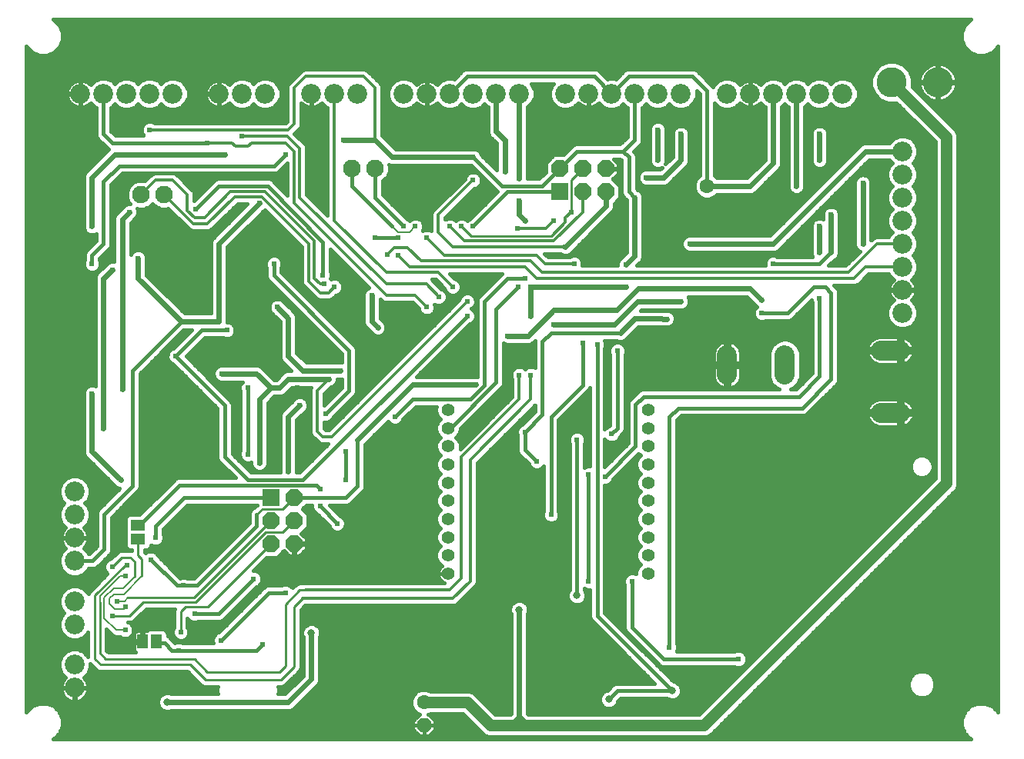
<source format=gbl>
G75*
G70*
%OFA0B0*%
%FSLAX24Y24*%
%IPPOS*%
%LPD*%
%AMOC8*
5,1,8,0,0,1.08239X$1,22.5*
%
%ADD10R,0.0740X0.0740*%
%ADD11OC8,0.0740*%
%ADD12R,0.0460X0.0630*%
%ADD13R,0.0630X0.0460*%
%ADD14C,0.0860*%
%ADD15C,0.0560*%
%ADD16C,0.0860*%
%ADD17C,0.1300*%
%ADD18C,0.0760*%
%ADD19C,0.0630*%
%ADD20OC8,0.0630*%
%ADD21C,0.0237*%
%ADD22C,0.0160*%
%ADD23C,0.0500*%
%ADD24C,0.0220*%
%ADD25C,0.0316*%
%ADD26C,0.0240*%
%ADD27C,0.0120*%
%ADD28C,0.0100*%
%ADD29C,0.0080*%
D10*
X011305Y011180D03*
X023805Y024430D03*
D11*
X023805Y025430D03*
X024805Y025430D03*
X025805Y025430D03*
X025805Y024430D03*
X024805Y024430D03*
X012305Y011180D03*
X012305Y010180D03*
X012305Y009180D03*
X011305Y009180D03*
X011305Y010180D03*
D12*
X006355Y004930D03*
X005755Y004930D03*
D13*
X005555Y009380D03*
X005555Y009980D03*
D14*
X002805Y010430D03*
X002805Y009430D03*
X002805Y008430D03*
X002805Y006680D03*
X002805Y005680D03*
X002805Y003930D03*
X002805Y002930D03*
X002805Y011430D03*
X003055Y028680D03*
X004055Y028680D03*
X005055Y028680D03*
X006055Y028680D03*
X007055Y028680D03*
X009055Y028680D03*
X010055Y028680D03*
X011055Y028680D03*
X013055Y028680D03*
X014055Y028680D03*
X015055Y028680D03*
X017055Y028680D03*
X018055Y028680D03*
X019055Y028680D03*
X020055Y028680D03*
X021055Y028680D03*
X022055Y028680D03*
X024055Y028680D03*
X025055Y028680D03*
X026055Y028680D03*
X027055Y028680D03*
X028055Y028680D03*
X029055Y028680D03*
X031055Y028680D03*
X032055Y028680D03*
X033055Y028680D03*
X034055Y028680D03*
X035055Y028680D03*
X036055Y028680D03*
X038649Y026180D03*
X038649Y025180D03*
X038649Y024180D03*
X038649Y023180D03*
X038649Y022180D03*
X038649Y021180D03*
X038649Y020180D03*
X038649Y019180D03*
D15*
X027636Y014973D03*
X027636Y014186D03*
X027636Y013399D03*
X027636Y012611D03*
X027636Y011824D03*
X027636Y011036D03*
X027636Y010249D03*
X027636Y009461D03*
X027636Y008674D03*
X027636Y007887D03*
X018974Y007887D03*
X018974Y008674D03*
X018974Y009461D03*
X018974Y010249D03*
X018974Y011036D03*
X018974Y011824D03*
X018974Y012611D03*
X018974Y013399D03*
X018974Y014186D03*
X018974Y014973D03*
D16*
X031055Y016500D02*
X031055Y017360D01*
X033555Y017360D02*
X033555Y016500D01*
X037695Y017550D02*
X038555Y017550D01*
X038555Y014850D02*
X037695Y014850D01*
D17*
X038180Y029180D03*
X040180Y029180D03*
D18*
X015805Y025430D03*
X014805Y025430D03*
X006680Y024305D03*
X005680Y024305D03*
D19*
X030180Y024680D03*
X017930Y002305D03*
D20*
X017930Y001305D03*
D21*
X010930Y004805D03*
X009149Y004992D03*
X007993Y006149D03*
X007399Y005336D03*
X007305Y004555D03*
X006774Y003118D03*
X004305Y004618D03*
X004993Y005430D03*
X004430Y006055D03*
X005024Y006430D03*
X004649Y006680D03*
X005024Y007774D03*
X005086Y008243D03*
X004430Y008180D03*
X006118Y008493D03*
X006555Y008930D03*
X006305Y009430D03*
X005430Y010555D03*
X004805Y011930D03*
X002774Y012274D03*
X004055Y014180D03*
X003555Y015680D03*
X004868Y015868D03*
X007180Y017305D03*
X009055Y018804D03*
X009399Y018430D03*
X011243Y017055D03*
X010305Y015930D03*
X009180Y016555D03*
X011430Y018555D03*
X012555Y018680D03*
X011586Y019430D03*
X013618Y020430D03*
X013555Y020805D03*
X014055Y020305D03*
X013930Y019680D03*
X015680Y019930D03*
X016086Y019649D03*
X016430Y018805D03*
X015930Y018555D03*
X014180Y017430D03*
X014305Y016680D03*
X013805Y016305D03*
X013805Y015680D03*
X013680Y014805D03*
X013680Y014305D03*
X012555Y014430D03*
X012555Y015180D03*
X012430Y015930D03*
X011555Y014180D03*
X010305Y013055D03*
X010805Y012680D03*
X012055Y012305D03*
X013430Y011555D03*
X013430Y010805D03*
X014180Y010055D03*
X014555Y011961D03*
X014555Y013180D03*
X016680Y014680D03*
X020118Y014493D03*
X020167Y016068D03*
X022055Y016493D03*
X022555Y016493D03*
X021680Y017368D03*
X021555Y018180D03*
X022555Y019055D03*
X023555Y018680D03*
X024805Y017867D03*
X025430Y017805D03*
X026305Y017555D03*
X028440Y018929D03*
X029055Y019680D03*
X026680Y020305D03*
X026680Y021274D03*
X024805Y020305D03*
X024430Y021305D03*
X024055Y022055D03*
X023555Y023180D03*
X024305Y023555D03*
X022305Y023180D03*
X021961Y022836D03*
X022055Y024055D03*
X022055Y025024D03*
X021430Y025305D03*
X020055Y024930D03*
X019118Y025086D03*
X020055Y025930D03*
X020055Y022930D03*
X019555Y022930D03*
X019055Y022930D03*
X018055Y022430D03*
X017555Y022930D03*
X017055Y022930D03*
X016805Y022430D03*
X016805Y021680D03*
X016336Y021711D03*
X015805Y022430D03*
X018586Y019867D03*
X018055Y019430D03*
X019180Y020305D03*
X019805Y019680D03*
X019805Y019055D03*
X022024Y020305D03*
X022305Y020680D03*
X022555Y020305D03*
X027055Y024180D03*
X027555Y025055D03*
X027555Y025680D03*
X028055Y025805D03*
X029055Y026930D03*
X029680Y027180D03*
X028055Y027118D03*
X027552Y027678D03*
X033055Y025680D03*
X034055Y024680D03*
X035055Y025805D03*
X035055Y026930D03*
X036930Y024805D03*
X035555Y023430D03*
X035055Y022930D03*
X035055Y021805D03*
X035555Y021805D03*
X036930Y022180D03*
X035055Y019805D03*
X033055Y021305D03*
X032555Y019742D03*
X032555Y019180D03*
X034399Y017930D03*
X029430Y022180D03*
X023930Y014430D03*
X024555Y013680D03*
X026055Y013930D03*
X026649Y013930D03*
X025774Y012086D03*
X025055Y012180D03*
X022805Y012742D03*
X022305Y014024D03*
X023430Y010430D03*
X025055Y007555D03*
X026930Y007555D03*
X028555Y004680D03*
X031555Y004180D03*
X031055Y008930D03*
X011930Y007055D03*
X010555Y007649D03*
X009024Y009024D03*
X008555Y010430D03*
X007524Y007368D03*
X002805Y007555D03*
X007180Y019805D03*
X006180Y021555D03*
X005555Y021555D03*
X004430Y021055D03*
X003555Y021305D03*
X003555Y022930D03*
X005180Y023555D03*
X003055Y025430D03*
X006055Y027117D03*
X008055Y028680D03*
X010055Y026836D03*
X009305Y026055D03*
X008555Y026555D03*
X008180Y024555D03*
X008055Y023680D03*
X010805Y023930D03*
X011930Y026055D03*
X012930Y026805D03*
X014430Y026680D03*
X011805Y028680D03*
X011430Y021305D03*
D22*
X001901Y000725D02*
X001864Y000710D01*
X041621Y000710D01*
X041584Y000725D01*
X041350Y000959D01*
X041224Y001265D01*
X041224Y001595D01*
X041350Y001901D01*
X041584Y002135D01*
X041890Y002261D01*
X042220Y002261D01*
X042526Y002135D01*
X042760Y001901D01*
X042775Y001864D01*
X042775Y030746D01*
X042760Y030709D01*
X042526Y030475D01*
X042220Y030349D01*
X041890Y030349D01*
X041584Y030475D01*
X041350Y030709D01*
X041224Y031015D01*
X041224Y031345D01*
X041350Y031651D01*
X041584Y031885D01*
X041621Y031900D01*
X001864Y031900D01*
X001901Y031885D01*
X002135Y031651D01*
X002261Y031345D01*
X002261Y031015D01*
X002135Y030709D01*
X001901Y030475D01*
X001595Y030349D01*
X001265Y030349D01*
X000959Y030475D01*
X000725Y030709D01*
X000710Y030746D01*
X000710Y001864D01*
X000725Y001901D01*
X000959Y002135D01*
X001265Y002261D01*
X001595Y002261D01*
X001901Y002135D01*
X002135Y001901D01*
X002261Y001595D01*
X002261Y001265D01*
X002135Y000959D01*
X001901Y000725D01*
X001922Y000747D02*
X041563Y000747D01*
X041404Y000906D02*
X030348Y000906D01*
X030333Y000890D02*
X030470Y001027D01*
X030470Y001027D01*
X040833Y011390D01*
X040970Y011527D01*
X041045Y011708D01*
X041045Y026902D01*
X040970Y027083D01*
X039064Y028989D01*
X039070Y029003D01*
X039070Y029357D01*
X038935Y029684D01*
X038684Y029935D01*
X038357Y030070D01*
X038003Y030070D01*
X037676Y029935D01*
X037426Y029684D01*
X037290Y029357D01*
X037290Y029003D01*
X037426Y028676D01*
X037676Y028425D01*
X038003Y028290D01*
X038357Y028290D01*
X038371Y028296D01*
X040065Y026602D01*
X040065Y012008D01*
X029852Y001795D01*
X022435Y001795D01*
X022405Y001825D01*
X022405Y006110D01*
X022453Y006226D01*
X022453Y006384D01*
X022393Y006531D01*
X022281Y006643D01*
X022134Y006703D01*
X021976Y006703D01*
X021829Y006643D01*
X021717Y006531D01*
X021657Y006384D01*
X021657Y006226D01*
X021705Y006110D01*
X021705Y001825D01*
X021675Y001795D01*
X021008Y001795D01*
X020083Y002720D01*
X019902Y002795D01*
X018197Y002795D01*
X018040Y002860D01*
X017820Y002860D01*
X017616Y002776D01*
X017459Y002619D01*
X017375Y002415D01*
X017375Y002195D01*
X017459Y001991D01*
X017616Y001834D01*
X017747Y001780D01*
X017733Y001780D01*
X017455Y001502D01*
X017455Y001305D01*
X017930Y001305D01*
X018405Y001305D01*
X018405Y001502D01*
X018127Y001780D01*
X018113Y001780D01*
X018197Y001815D01*
X019602Y001815D01*
X020527Y000890D01*
X020708Y000815D01*
X030152Y000815D01*
X030333Y000890D01*
X030507Y001064D02*
X041307Y001064D01*
X041241Y001223D02*
X030665Y001223D01*
X030824Y001381D02*
X041224Y001381D01*
X041224Y001540D02*
X030982Y001540D01*
X031141Y001698D02*
X041266Y001698D01*
X041332Y001857D02*
X031299Y001857D01*
X031458Y002015D02*
X041465Y002015D01*
X041678Y002174D02*
X031616Y002174D01*
X031775Y002332D02*
X042775Y002332D01*
X042775Y002174D02*
X042432Y002174D01*
X042645Y002015D02*
X042775Y002015D01*
X042775Y002491D02*
X031933Y002491D01*
X032092Y002649D02*
X039100Y002649D01*
X039156Y002593D02*
X038994Y002755D01*
X038907Y002966D01*
X032409Y002966D01*
X032567Y003125D02*
X038907Y003125D01*
X038907Y003195D02*
X038907Y002966D01*
X038973Y002808D02*
X032250Y002808D01*
X032726Y003283D02*
X038943Y003283D01*
X038907Y003195D02*
X038994Y003406D01*
X039156Y003568D01*
X039368Y003656D01*
X039597Y003656D01*
X039808Y003568D01*
X039970Y003406D01*
X040057Y003195D01*
X040057Y002966D01*
X042775Y002966D01*
X042775Y002808D02*
X039992Y002808D01*
X039970Y002755D02*
X040057Y002966D01*
X040057Y003125D02*
X042775Y003125D01*
X042775Y003283D02*
X040021Y003283D01*
X039935Y003442D02*
X042775Y003442D01*
X042775Y003600D02*
X039731Y003600D01*
X039233Y003600D02*
X033043Y003600D01*
X033201Y003759D02*
X042775Y003759D01*
X042775Y003917D02*
X033360Y003917D01*
X033518Y004076D02*
X042775Y004076D01*
X042775Y004234D02*
X033677Y004234D01*
X033835Y004393D02*
X042775Y004393D01*
X042775Y004551D02*
X033994Y004551D01*
X034152Y004710D02*
X042775Y004710D01*
X042775Y004868D02*
X034311Y004868D01*
X034469Y005027D02*
X042775Y005027D01*
X042775Y005185D02*
X034628Y005185D01*
X034786Y005344D02*
X042775Y005344D01*
X042775Y005502D02*
X034945Y005502D01*
X035103Y005661D02*
X042775Y005661D01*
X042775Y005819D02*
X035262Y005819D01*
X035420Y005978D02*
X042775Y005978D01*
X042775Y006136D02*
X035579Y006136D01*
X035737Y006295D02*
X042775Y006295D01*
X042775Y006453D02*
X035896Y006453D01*
X036054Y006612D02*
X042775Y006612D01*
X042775Y006770D02*
X036213Y006770D01*
X036371Y006929D02*
X042775Y006929D01*
X042775Y007087D02*
X036530Y007087D01*
X036688Y007246D02*
X042775Y007246D01*
X042775Y007404D02*
X036847Y007404D01*
X037005Y007563D02*
X042775Y007563D01*
X042775Y007721D02*
X037164Y007721D01*
X037322Y007880D02*
X042775Y007880D01*
X042775Y008038D02*
X037481Y008038D01*
X037639Y008197D02*
X042775Y008197D01*
X042775Y008355D02*
X037798Y008355D01*
X037956Y008514D02*
X042775Y008514D01*
X042775Y008672D02*
X038115Y008672D01*
X038273Y008831D02*
X042775Y008831D01*
X042775Y008989D02*
X038432Y008989D01*
X038590Y009148D02*
X042775Y009148D01*
X042775Y009306D02*
X038749Y009306D01*
X038907Y009465D02*
X042775Y009465D01*
X042775Y009623D02*
X039066Y009623D01*
X039224Y009782D02*
X042775Y009782D01*
X042775Y009940D02*
X039383Y009940D01*
X039541Y010099D02*
X042775Y010099D01*
X042775Y010257D02*
X039700Y010257D01*
X039858Y010416D02*
X042775Y010416D01*
X042775Y010574D02*
X040017Y010574D01*
X040175Y010733D02*
X042775Y010733D01*
X042775Y010891D02*
X040334Y010891D01*
X040492Y011050D02*
X042775Y011050D01*
X042775Y011208D02*
X040651Y011208D01*
X040809Y011367D02*
X042775Y011367D01*
X042775Y011525D02*
X040968Y011525D01*
X041035Y011684D02*
X042775Y011684D01*
X042775Y011842D02*
X041045Y011842D01*
X041045Y012001D02*
X042775Y012001D01*
X042775Y012159D02*
X041045Y012159D01*
X041045Y012318D02*
X042775Y012318D01*
X042775Y012476D02*
X041045Y012476D01*
X041045Y012635D02*
X042775Y012635D01*
X042775Y012793D02*
X041045Y012793D01*
X041045Y012952D02*
X042775Y012952D01*
X042775Y013110D02*
X041045Y013110D01*
X041045Y013269D02*
X042775Y013269D01*
X042775Y013427D02*
X041045Y013427D01*
X041045Y013586D02*
X042775Y013586D01*
X042775Y013744D02*
X041045Y013744D01*
X041045Y013903D02*
X042775Y013903D01*
X042775Y014061D02*
X041045Y014061D01*
X041045Y014220D02*
X042775Y014220D01*
X042775Y014378D02*
X041045Y014378D01*
X041045Y014537D02*
X042775Y014537D01*
X042775Y014695D02*
X041045Y014695D01*
X041045Y014854D02*
X042775Y014854D01*
X042775Y015012D02*
X041045Y015012D01*
X041045Y015171D02*
X042775Y015171D01*
X042775Y015329D02*
X041045Y015329D01*
X041045Y015488D02*
X042775Y015488D01*
X042775Y015646D02*
X041045Y015646D01*
X041045Y015805D02*
X042775Y015805D01*
X042775Y015963D02*
X041045Y015963D01*
X041045Y016122D02*
X042775Y016122D01*
X042775Y016280D02*
X041045Y016280D01*
X041045Y016439D02*
X042775Y016439D01*
X042775Y016597D02*
X041045Y016597D01*
X041045Y016756D02*
X042775Y016756D01*
X042775Y016914D02*
X041045Y016914D01*
X041045Y017073D02*
X042775Y017073D01*
X042775Y017231D02*
X041045Y017231D01*
X041045Y017390D02*
X042775Y017390D01*
X042775Y017548D02*
X041045Y017548D01*
X041045Y017707D02*
X042775Y017707D01*
X042775Y017865D02*
X041045Y017865D01*
X041045Y018024D02*
X042775Y018024D01*
X042775Y018182D02*
X041045Y018182D01*
X041045Y018341D02*
X042775Y018341D01*
X042775Y018499D02*
X041045Y018499D01*
X041045Y018658D02*
X042775Y018658D01*
X042775Y018816D02*
X041045Y018816D01*
X041045Y018975D02*
X042775Y018975D01*
X042775Y019133D02*
X041045Y019133D01*
X041045Y019292D02*
X042775Y019292D01*
X042775Y019450D02*
X041045Y019450D01*
X041045Y019609D02*
X042775Y019609D01*
X042775Y019767D02*
X041045Y019767D01*
X041045Y019926D02*
X042775Y019926D01*
X042775Y020084D02*
X041045Y020084D01*
X041045Y020243D02*
X042775Y020243D01*
X042775Y020401D02*
X041045Y020401D01*
X041045Y020560D02*
X042775Y020560D01*
X042775Y020718D02*
X041045Y020718D01*
X041045Y020877D02*
X042775Y020877D01*
X042775Y021035D02*
X041045Y021035D01*
X041045Y021194D02*
X042775Y021194D01*
X042775Y021352D02*
X041045Y021352D01*
X041045Y021511D02*
X042775Y021511D01*
X042775Y021669D02*
X041045Y021669D01*
X041045Y021828D02*
X042775Y021828D01*
X042775Y021986D02*
X041045Y021986D01*
X041045Y022145D02*
X042775Y022145D01*
X042775Y022303D02*
X041045Y022303D01*
X041045Y022462D02*
X042775Y022462D01*
X042775Y022620D02*
X041045Y022620D01*
X041045Y022779D02*
X042775Y022779D01*
X042775Y022937D02*
X041045Y022937D01*
X041045Y023096D02*
X042775Y023096D01*
X042775Y023254D02*
X041045Y023254D01*
X041045Y023413D02*
X042775Y023413D01*
X042775Y023571D02*
X041045Y023571D01*
X041045Y023730D02*
X042775Y023730D01*
X042775Y023888D02*
X041045Y023888D01*
X041045Y024047D02*
X042775Y024047D01*
X042775Y024205D02*
X041045Y024205D01*
X041045Y024364D02*
X042775Y024364D01*
X042775Y024522D02*
X041045Y024522D01*
X041045Y024681D02*
X042775Y024681D01*
X042775Y024839D02*
X041045Y024839D01*
X041045Y024998D02*
X042775Y024998D01*
X042775Y025156D02*
X041045Y025156D01*
X041045Y025315D02*
X042775Y025315D01*
X042775Y025473D02*
X041045Y025473D01*
X041045Y025632D02*
X042775Y025632D01*
X042775Y025790D02*
X041045Y025790D01*
X041045Y025949D02*
X042775Y025949D01*
X042775Y026107D02*
X041045Y026107D01*
X041045Y026266D02*
X042775Y026266D01*
X042775Y026424D02*
X041045Y026424D01*
X041045Y026583D02*
X042775Y026583D01*
X042775Y026741D02*
X041045Y026741D01*
X041045Y026900D02*
X042775Y026900D01*
X042775Y027058D02*
X040981Y027058D01*
X040836Y027217D02*
X042775Y027217D01*
X042775Y027375D02*
X040678Y027375D01*
X040519Y027534D02*
X042775Y027534D01*
X042775Y027692D02*
X040361Y027692D01*
X040202Y027851D02*
X042775Y027851D01*
X042775Y028009D02*
X040044Y028009D01*
X039885Y028168D02*
X042775Y028168D01*
X042775Y028326D02*
X039727Y028326D01*
X039821Y028452D02*
X039919Y028411D01*
X040022Y028384D01*
X040127Y028370D01*
X040142Y028370D01*
X040142Y029142D01*
X039370Y029142D01*
X039370Y029127D01*
X039384Y029022D01*
X039411Y028919D01*
X039452Y028821D01*
X039505Y028729D01*
X039570Y028645D01*
X039645Y028570D01*
X039729Y028505D01*
X039821Y028452D01*
X039765Y028485D02*
X039568Y028485D01*
X039571Y028643D02*
X039410Y028643D01*
X039463Y028802D02*
X039251Y028802D01*
X039400Y028960D02*
X039093Y028960D01*
X039070Y029119D02*
X039371Y029119D01*
X039370Y029218D02*
X040142Y029218D01*
X040142Y029142D01*
X040218Y029142D01*
X040218Y028370D01*
X040233Y028370D01*
X040338Y028384D01*
X040441Y028411D01*
X040539Y028452D01*
X040631Y028505D01*
X040715Y028570D01*
X040790Y028645D01*
X040855Y028729D01*
X040908Y028821D01*
X040949Y028919D01*
X040976Y029022D01*
X040990Y029127D01*
X040990Y029142D01*
X040218Y029142D01*
X040218Y029218D01*
X040142Y029218D01*
X040142Y029990D01*
X040127Y029990D01*
X040022Y029976D01*
X039919Y029949D01*
X039821Y029908D01*
X039729Y029855D01*
X039645Y029790D01*
X039570Y029715D01*
X039505Y029631D01*
X039452Y029539D01*
X039411Y029441D01*
X039384Y029338D01*
X039370Y029233D01*
X039370Y029218D01*
X039376Y029277D02*
X039070Y029277D01*
X039038Y029436D02*
X039410Y029436D01*
X039484Y029594D02*
X038972Y029594D01*
X038866Y029753D02*
X039607Y029753D01*
X039828Y029911D02*
X038708Y029911D01*
X038358Y030070D02*
X042775Y030070D01*
X042775Y030228D02*
X000710Y030228D01*
X000710Y030070D02*
X038002Y030070D01*
X037652Y029911D02*
X000710Y029911D01*
X000710Y029753D02*
X037494Y029753D01*
X037388Y029594D02*
X029844Y029594D01*
X029826Y029611D02*
X029736Y029701D01*
X029619Y029750D01*
X026741Y029750D01*
X026624Y029701D01*
X026248Y029325D01*
X026188Y029350D01*
X025922Y029350D01*
X025862Y029325D01*
X025576Y029611D01*
X025576Y029611D01*
X025486Y029701D01*
X025369Y029750D01*
X019741Y029750D01*
X019624Y029701D01*
X019248Y029325D01*
X019188Y029350D01*
X018922Y029350D01*
X018675Y029248D01*
X018498Y029071D01*
X018439Y029130D01*
X018364Y029185D01*
X018281Y029227D01*
X018193Y029255D01*
X018101Y029270D01*
X018083Y029270D01*
X018083Y028708D01*
X018027Y028708D01*
X018027Y029270D01*
X018009Y029270D01*
X017917Y029255D01*
X017829Y029227D01*
X017746Y029185D01*
X017671Y029130D01*
X017612Y029071D01*
X017435Y029248D01*
X017188Y029350D01*
X016922Y029350D01*
X016675Y029248D01*
X016487Y029060D01*
X016385Y028813D01*
X016385Y028547D01*
X016487Y028300D01*
X016675Y028112D01*
X016922Y028010D01*
X017188Y028010D01*
X017435Y028112D01*
X017612Y028289D01*
X017671Y028230D01*
X017746Y028175D01*
X017829Y028133D01*
X017917Y028105D01*
X018009Y028090D01*
X018027Y028090D01*
X018027Y028652D01*
X018083Y028652D01*
X018083Y028090D01*
X018101Y028090D01*
X018193Y028105D01*
X018281Y028133D01*
X018364Y028175D01*
X018439Y028230D01*
X018498Y028289D01*
X018675Y028112D01*
X018922Y028010D01*
X019188Y028010D01*
X019435Y028112D01*
X019555Y028232D01*
X019675Y028112D01*
X019922Y028010D01*
X020188Y028010D01*
X020435Y028112D01*
X020555Y028232D01*
X020675Y028112D01*
X020695Y028104D01*
X020695Y026983D01*
X020750Y026851D01*
X020851Y026750D01*
X021070Y026531D01*
X021070Y025368D01*
X020400Y026037D01*
X020360Y026134D01*
X020259Y026235D01*
X020127Y026290D01*
X016704Y026290D01*
X016110Y026884D01*
X016105Y026889D01*
X016105Y028990D01*
X016059Y029100D01*
X015559Y029600D01*
X015475Y029684D01*
X015365Y029730D01*
X012745Y029730D01*
X012635Y029684D01*
X012135Y029184D01*
X012051Y029100D01*
X012005Y028990D01*
X012005Y027492D01*
X011931Y027418D01*
X006262Y027417D01*
X006258Y027422D01*
X006126Y027476D01*
X005984Y027476D01*
X005852Y027422D01*
X005751Y027321D01*
X005696Y027189D01*
X005696Y027046D01*
X005751Y026914D01*
X005790Y026875D01*
X004563Y026875D01*
X004375Y027063D01*
X004375Y028087D01*
X004435Y028112D01*
X004555Y028232D01*
X004675Y028112D01*
X004922Y028010D01*
X005188Y028010D01*
X005435Y028112D01*
X005555Y028232D01*
X005675Y028112D01*
X005922Y028010D01*
X006188Y028010D01*
X006435Y028112D01*
X006555Y028232D01*
X006675Y028112D01*
X006922Y028010D01*
X007188Y028010D01*
X007435Y028112D01*
X007623Y028300D01*
X007725Y028547D01*
X007725Y028813D01*
X007623Y029060D01*
X007435Y029248D01*
X007188Y029350D01*
X006922Y029350D01*
X006675Y029248D01*
X006555Y029128D01*
X006435Y029248D01*
X006188Y029350D01*
X005922Y029350D01*
X005675Y029248D01*
X005555Y029128D01*
X005435Y029248D01*
X005188Y029350D01*
X004922Y029350D01*
X004675Y029248D01*
X004555Y029128D01*
X004435Y029248D01*
X004188Y029350D01*
X003922Y029350D01*
X003675Y029248D01*
X003498Y029071D01*
X003439Y029130D01*
X003364Y029185D01*
X003281Y029227D01*
X003193Y029255D01*
X003101Y029270D01*
X003083Y029270D01*
X003083Y028708D01*
X003027Y028708D01*
X003027Y028652D01*
X003083Y028652D01*
X003083Y028090D01*
X003101Y028090D01*
X003193Y028105D01*
X003281Y028133D01*
X003364Y028175D01*
X003439Y028230D01*
X003498Y028289D01*
X003675Y028112D01*
X003735Y028087D01*
X003735Y026866D01*
X003784Y026749D01*
X004159Y026374D01*
X004249Y026284D01*
X004267Y026276D01*
X004250Y026259D01*
X003250Y025259D01*
X003195Y025127D01*
X003195Y022858D01*
X003250Y022726D01*
X003351Y022625D01*
X003483Y022570D01*
X003627Y022570D01*
X003735Y022615D01*
X003735Y022313D01*
X003284Y021861D01*
X003235Y021744D01*
X003235Y021470D01*
X003196Y021376D01*
X003196Y021234D01*
X003251Y021102D01*
X003352Y021001D01*
X003484Y020946D01*
X003626Y020946D01*
X003758Y021001D01*
X003859Y021102D01*
X003914Y021234D01*
X003914Y021376D01*
X003875Y021470D01*
X003875Y021547D01*
X004236Y021909D01*
X004326Y021999D01*
X004375Y022116D01*
X004375Y024735D01*
X004875Y025235D01*
X011494Y025235D01*
X011611Y025284D01*
X011701Y025374D01*
X012005Y025677D01*
X012005Y024292D01*
X011452Y024859D01*
X011451Y024861D01*
X011408Y024905D01*
X011365Y024949D01*
X011363Y024950D01*
X011361Y024951D01*
X011304Y024975D01*
X011248Y024999D01*
X011246Y024999D01*
X011244Y025000D01*
X011182Y025000D01*
X011121Y025001D01*
X011119Y025000D01*
X008991Y025000D01*
X008874Y024951D01*
X007980Y024058D01*
X007980Y024365D01*
X007934Y024475D01*
X007850Y024559D01*
X007225Y025184D01*
X007115Y025230D01*
X006245Y025230D01*
X006135Y025184D01*
X006051Y025100D01*
X005855Y024904D01*
X005803Y024925D01*
X005557Y024925D01*
X005329Y024831D01*
X005154Y024656D01*
X005060Y024428D01*
X005060Y024182D01*
X005154Y023954D01*
X005193Y023915D01*
X005108Y023915D01*
X004976Y023860D01*
X004611Y023495D01*
X004562Y023446D01*
X004532Y023372D01*
X004508Y023314D01*
X004508Y023314D01*
X004508Y023314D01*
X004508Y023242D01*
X004508Y021413D01*
X004502Y021415D01*
X004358Y021415D01*
X004226Y021360D01*
X003750Y020884D01*
X003695Y020752D01*
X003695Y016012D01*
X003627Y016040D01*
X003483Y016040D01*
X003351Y015985D01*
X003250Y015884D01*
X003195Y015752D01*
X003195Y013108D01*
X003250Y012976D01*
X004601Y011625D01*
X004733Y011570D01*
X004742Y011570D01*
X003815Y010643D01*
X003766Y010525D01*
X003766Y009063D01*
X003454Y008750D01*
X003398Y008750D01*
X003373Y008810D01*
X003196Y008987D01*
X003255Y009046D01*
X003310Y009121D01*
X003352Y009204D01*
X003380Y009292D01*
X003395Y009384D01*
X003395Y009402D01*
X002833Y009402D01*
X002833Y009458D01*
X003395Y009458D01*
X003395Y009476D01*
X003380Y009568D01*
X003352Y009656D01*
X003310Y009739D01*
X003255Y009814D01*
X003196Y009873D01*
X003373Y010050D01*
X003475Y010297D01*
X003475Y010563D01*
X003373Y010810D01*
X003253Y010930D01*
X003373Y011050D01*
X003475Y011297D01*
X003475Y011563D01*
X003373Y011810D01*
X003185Y011998D01*
X002938Y012100D01*
X002672Y012100D01*
X002425Y011998D01*
X002237Y011810D01*
X002135Y011563D01*
X002135Y011297D01*
X002237Y011050D01*
X002357Y010930D01*
X002237Y010810D01*
X002135Y010563D01*
X002135Y010297D01*
X002237Y010050D01*
X002414Y009873D01*
X002355Y009814D01*
X002300Y009739D01*
X002258Y009656D01*
X002230Y009568D01*
X002215Y009476D01*
X002215Y009458D01*
X002777Y009458D01*
X002777Y009402D01*
X002215Y009402D01*
X002215Y009384D01*
X002230Y009292D01*
X002258Y009204D01*
X002300Y009121D01*
X002355Y009046D01*
X002414Y008987D01*
X002237Y008810D01*
X002135Y008563D01*
X002135Y008297D01*
X002237Y008050D01*
X002425Y007862D01*
X002672Y007760D01*
X002938Y007760D01*
X003185Y007862D01*
X003373Y008050D01*
X003398Y008110D01*
X003650Y008110D01*
X003768Y008159D01*
X003858Y008249D01*
X004268Y008659D01*
X004358Y008749D01*
X004406Y008866D01*
X004406Y010329D01*
X005486Y011409D01*
X005576Y011499D01*
X005625Y011616D01*
X005625Y016545D01*
X007524Y018444D01*
X007866Y018444D01*
X007070Y017648D01*
X006977Y017609D01*
X006876Y017508D01*
X006821Y017376D01*
X006821Y017234D01*
X006876Y017102D01*
X006977Y017001D01*
X007070Y016962D01*
X008985Y015047D01*
X008985Y012991D01*
X008984Y012989D01*
X008985Y012927D01*
X008985Y012866D01*
X008986Y012864D01*
X008986Y012861D01*
X009010Y012805D01*
X009034Y012749D01*
X009036Y012747D01*
X009037Y012744D01*
X009081Y012702D01*
X009124Y012659D01*
X009126Y012658D01*
X009773Y012031D01*
X007273Y012031D01*
X007155Y011983D01*
X007065Y011893D01*
X005622Y010450D01*
X005192Y010450D01*
X005104Y010413D01*
X005037Y010346D01*
X005000Y010258D01*
X005000Y009702D01*
X005009Y009680D01*
X005000Y009658D01*
X005000Y009102D01*
X005037Y009014D01*
X005104Y008947D01*
X005192Y008910D01*
X005265Y008910D01*
X005265Y008876D01*
X005211Y008876D01*
X005154Y008876D01*
X005154Y008876D01*
X004836Y008876D01*
X004779Y008876D01*
X004779Y008876D01*
X004779Y008876D01*
X004724Y008854D01*
X004672Y008832D01*
X004633Y008793D01*
X004379Y008539D01*
X004359Y008539D01*
X004227Y008484D01*
X004126Y008383D01*
X004071Y008251D01*
X004071Y008109D01*
X004126Y007977D01*
X004221Y007881D01*
X003434Y007094D01*
X003396Y007003D01*
X003373Y007060D01*
X003185Y007248D01*
X002938Y007350D01*
X002672Y007350D01*
X002425Y007248D01*
X002237Y007060D01*
X002135Y006813D01*
X002135Y006547D01*
X002237Y006300D01*
X002357Y006180D01*
X002237Y006060D01*
X002135Y005813D01*
X002135Y005547D01*
X002237Y005300D01*
X002425Y005112D01*
X002672Y005010D01*
X002938Y005010D01*
X003185Y005112D01*
X003373Y005300D01*
X003390Y005342D01*
X003390Y004268D01*
X003373Y004310D01*
X003185Y004498D01*
X002938Y004600D01*
X002672Y004600D01*
X002425Y004498D01*
X002237Y004310D01*
X002135Y004063D01*
X002135Y003797D01*
X002237Y003550D01*
X002414Y003373D01*
X002355Y003314D01*
X002300Y003239D01*
X002258Y003156D01*
X002230Y003068D01*
X002215Y002976D01*
X002215Y002958D01*
X002777Y002958D01*
X002777Y002902D01*
X002833Y002902D01*
X002833Y002958D01*
X003395Y002958D01*
X003395Y002976D01*
X003380Y003068D01*
X003352Y003156D01*
X003310Y003239D01*
X003255Y003314D01*
X003196Y003373D01*
X003373Y003550D01*
X003475Y003797D01*
X003475Y003975D01*
X003516Y003934D01*
X003684Y003766D01*
X003766Y003684D01*
X003872Y003640D01*
X007685Y003640D01*
X008256Y003069D01*
X008297Y003028D01*
X008297Y003028D01*
X008297Y003028D01*
X008338Y003011D01*
X008404Y002984D01*
X008502Y002984D01*
X009018Y002984D01*
X008982Y002896D01*
X008982Y002714D01*
X009002Y002665D01*
X006976Y002665D01*
X006884Y002703D01*
X006726Y002703D01*
X006579Y002643D01*
X006467Y002531D01*
X006407Y002384D01*
X006407Y002226D01*
X006467Y002079D01*
X006579Y001967D01*
X006726Y001907D01*
X006884Y001907D01*
X006976Y001945D01*
X012127Y001945D01*
X012259Y002000D01*
X013259Y003000D01*
X013360Y003101D01*
X013415Y003233D01*
X013415Y005134D01*
X013453Y005226D01*
X013453Y005384D01*
X013393Y005531D01*
X013281Y005643D01*
X013134Y005703D01*
X012976Y005703D01*
X012829Y005643D01*
X012717Y005531D01*
X012657Y005384D01*
X012657Y005226D01*
X012695Y005134D01*
X012695Y003454D01*
X011906Y002665D01*
X011608Y002665D01*
X011628Y002714D01*
X011628Y002896D01*
X011592Y002984D01*
X011685Y002984D01*
X011736Y002984D01*
X011800Y002984D01*
X011800Y002984D01*
X011800Y002984D01*
X011853Y003006D01*
X011907Y003028D01*
X011950Y003071D01*
X011988Y003109D01*
X011988Y003109D01*
X012507Y003628D01*
X012551Y003672D01*
X012570Y003719D01*
X012595Y003779D01*
X012595Y003836D01*
X012595Y006310D01*
X012790Y006505D01*
X019240Y006505D01*
X019350Y006551D01*
X019434Y006635D01*
X020184Y007385D01*
X020230Y007495D01*
X020230Y012681D01*
X022735Y015186D01*
X022735Y014906D01*
X022195Y014367D01*
X022102Y014328D01*
X022001Y014227D01*
X021946Y014095D01*
X021946Y013952D01*
X021985Y013859D01*
X021985Y013179D01*
X022034Y013061D01*
X022124Y012971D01*
X022462Y012633D01*
X022501Y012539D01*
X022602Y012438D01*
X022734Y012384D01*
X022876Y012384D01*
X023008Y012438D01*
X023109Y012539D01*
X023110Y012541D01*
X023110Y010595D01*
X023071Y010501D01*
X023071Y010359D01*
X023126Y010227D01*
X023227Y010126D01*
X023359Y010071D01*
X023501Y010071D01*
X023633Y010126D01*
X023734Y010227D01*
X023789Y010359D01*
X023789Y010501D01*
X023750Y010595D01*
X023750Y014547D01*
X025076Y015874D01*
X025110Y015955D01*
X025110Y012539D01*
X024984Y012539D01*
X024875Y012494D01*
X024875Y013515D01*
X024914Y013609D01*
X024914Y013751D01*
X024859Y013883D01*
X024758Y013984D01*
X024626Y014039D01*
X024484Y014039D01*
X024352Y013984D01*
X024251Y013883D01*
X024196Y013751D01*
X024196Y013609D01*
X024235Y013515D01*
X024235Y007173D01*
X024217Y007156D01*
X024157Y007009D01*
X024157Y006851D01*
X024217Y006704D01*
X024329Y006592D01*
X024476Y006532D01*
X024634Y006532D01*
X024781Y006592D01*
X024893Y006704D01*
X024953Y006851D01*
X024953Y007009D01*
X024893Y007156D01*
X024875Y007173D01*
X024875Y007241D01*
X024984Y007196D01*
X025110Y007196D01*
X025110Y005991D01*
X025159Y005874D01*
X027907Y003125D01*
X026241Y003125D01*
X026124Y003076D01*
X025876Y002828D01*
X025851Y002828D01*
X025704Y002768D01*
X025592Y002656D01*
X025532Y002509D01*
X025532Y002351D01*
X025592Y002204D01*
X025704Y002092D01*
X025851Y002032D01*
X026009Y002032D01*
X026156Y002092D01*
X026268Y002204D01*
X026328Y002351D01*
X026328Y002376D01*
X026438Y002485D01*
X028437Y002485D01*
X028454Y002467D01*
X028601Y002407D01*
X028759Y002407D01*
X028906Y002467D01*
X029018Y002579D01*
X029078Y002726D01*
X029078Y002884D01*
X029018Y003031D01*
X028906Y003143D01*
X028759Y003203D01*
X028734Y003203D01*
X025750Y006188D01*
X025750Y011727D01*
X025845Y011727D01*
X025977Y011782D01*
X026078Y011883D01*
X026117Y011977D01*
X027219Y013079D01*
X027294Y013005D01*
X027195Y012906D01*
X027116Y012715D01*
X027116Y012508D01*
X027195Y012317D01*
X027294Y012217D01*
X027195Y012118D01*
X027116Y011927D01*
X027116Y011720D01*
X027195Y011529D01*
X027294Y011430D01*
X027195Y011331D01*
X027116Y011140D01*
X027116Y010933D01*
X027195Y010742D01*
X027294Y010643D01*
X027195Y010543D01*
X027116Y010352D01*
X027116Y010145D01*
X027195Y009954D01*
X027294Y009855D01*
X027195Y009756D01*
X027116Y009565D01*
X027116Y009358D01*
X027195Y009167D01*
X027294Y009068D01*
X027195Y008969D01*
X027116Y008778D01*
X027116Y008571D01*
X027195Y008380D01*
X027294Y008280D01*
X027195Y008181D01*
X027116Y007990D01*
X027116Y007866D01*
X027001Y007914D01*
X026859Y007914D01*
X026727Y007859D01*
X026626Y007758D01*
X026571Y007626D01*
X026571Y007484D01*
X026610Y007390D01*
X026610Y005491D01*
X026659Y005374D01*
X028034Y003999D01*
X028124Y003909D01*
X028241Y003860D01*
X031390Y003860D01*
X031484Y003821D01*
X031626Y003821D01*
X031758Y003876D01*
X031859Y003977D01*
X031914Y004109D01*
X031914Y004251D01*
X031859Y004383D01*
X031758Y004484D01*
X031626Y004539D01*
X031484Y004539D01*
X031390Y004500D01*
X028869Y004500D01*
X028914Y004609D01*
X028914Y004751D01*
X028875Y004845D01*
X028875Y014547D01*
X029063Y014735D01*
X034369Y014735D01*
X034486Y014784D01*
X034576Y014874D01*
X035826Y016124D01*
X035875Y016241D01*
X035875Y020119D01*
X035826Y020236D01*
X035736Y020326D01*
X035683Y020380D01*
X036615Y020380D01*
X036725Y020426D01*
X037179Y020880D01*
X038048Y020880D01*
X038081Y020800D01*
X038258Y020623D01*
X038199Y020564D01*
X038144Y020489D01*
X038102Y020406D01*
X038073Y020318D01*
X038059Y020226D01*
X038059Y020208D01*
X038620Y020208D01*
X038620Y020152D01*
X038059Y020152D01*
X038059Y020134D01*
X038073Y020042D01*
X038102Y019953D01*
X038144Y019871D01*
X038199Y019796D01*
X038258Y019737D01*
X038081Y019559D01*
X037979Y019313D01*
X037979Y019047D01*
X038081Y018800D01*
X038269Y018612D01*
X038515Y018510D01*
X038782Y018510D01*
X039028Y018612D01*
X039217Y018800D01*
X039319Y019047D01*
X039319Y019313D01*
X039217Y019559D01*
X039040Y019737D01*
X039099Y019796D01*
X039153Y019871D01*
X039196Y019953D01*
X039224Y020042D01*
X039239Y020134D01*
X039239Y020152D01*
X038677Y020152D01*
X038677Y020208D01*
X039239Y020208D01*
X039239Y020226D01*
X039224Y020318D01*
X039196Y020406D01*
X039153Y020489D01*
X039099Y020564D01*
X039040Y020623D01*
X039217Y020800D01*
X039319Y021047D01*
X039319Y021313D01*
X039217Y021559D01*
X039096Y021680D01*
X039217Y021800D01*
X039319Y022047D01*
X039319Y022313D01*
X039217Y022559D01*
X039096Y022680D01*
X039217Y022800D01*
X039319Y023047D01*
X039319Y023313D01*
X039217Y023559D01*
X039096Y023680D01*
X039217Y023800D01*
X039319Y024047D01*
X039319Y024313D01*
X039217Y024559D01*
X039096Y024680D01*
X039217Y024800D01*
X039319Y025047D01*
X039319Y025313D01*
X039217Y025559D01*
X039096Y025680D01*
X039217Y025800D01*
X039319Y026047D01*
X039319Y026313D01*
X039217Y026559D01*
X039028Y026748D01*
X038782Y026850D01*
X038515Y026850D01*
X038269Y026748D01*
X038081Y026559D01*
X038073Y026540D01*
X036983Y026540D01*
X036851Y026485D01*
X036750Y026384D01*
X036750Y026384D01*
X032906Y022540D01*
X029358Y022540D01*
X029226Y022485D01*
X029125Y022384D01*
X029070Y022252D01*
X029070Y022108D01*
X029125Y021976D01*
X029226Y021875D01*
X029358Y021820D01*
X033127Y021820D01*
X033259Y021875D01*
X033360Y021976D01*
X037204Y025820D01*
X038073Y025820D01*
X038081Y025800D01*
X038201Y025680D01*
X038081Y025559D01*
X037979Y025313D01*
X037979Y025047D01*
X038081Y024800D01*
X038201Y024680D01*
X038081Y024559D01*
X037979Y024313D01*
X037979Y024047D01*
X038081Y023800D01*
X038201Y023680D01*
X038081Y023559D01*
X037979Y023313D01*
X037979Y023047D01*
X038081Y022800D01*
X038201Y022680D01*
X038081Y022559D01*
X038048Y022480D01*
X037495Y022480D01*
X037385Y022434D01*
X037301Y022350D01*
X037290Y022339D01*
X037290Y024877D01*
X037235Y025009D01*
X037134Y025110D01*
X037002Y025165D01*
X036858Y025165D01*
X036726Y025110D01*
X036625Y025009D01*
X036570Y024877D01*
X036570Y022108D01*
X036625Y021976D01*
X036726Y021875D01*
X036796Y021846D01*
X036181Y021230D01*
X035433Y021230D01*
X035662Y021460D01*
X035759Y021500D01*
X035860Y021601D01*
X035915Y021733D01*
X035915Y023502D01*
X035860Y023634D01*
X035759Y023735D01*
X035627Y023790D01*
X035483Y023790D01*
X035351Y023735D01*
X035250Y023634D01*
X035195Y023502D01*
X035195Y023262D01*
X035127Y023290D01*
X034983Y023290D01*
X034851Y023235D01*
X034750Y023134D01*
X034695Y023002D01*
X034695Y021733D01*
X034740Y021625D01*
X033220Y021625D01*
X033126Y021664D01*
X032984Y021664D01*
X032852Y021609D01*
X032751Y021508D01*
X032696Y021376D01*
X032696Y021234D01*
X032698Y021230D01*
X027145Y021230D01*
X027360Y021445D01*
X027415Y021577D01*
X027415Y024252D01*
X027360Y024384D01*
X027259Y024485D01*
X027162Y024525D01*
X027125Y024563D01*
X027125Y025994D01*
X027076Y026111D01*
X027008Y026180D01*
X027326Y026499D01*
X027375Y026616D01*
X027375Y028087D01*
X027435Y028112D01*
X027555Y028232D01*
X027675Y028112D01*
X027922Y028010D01*
X028188Y028010D01*
X028435Y028112D01*
X028555Y028232D01*
X028675Y028112D01*
X028922Y028010D01*
X029188Y028010D01*
X029435Y028112D01*
X029623Y028300D01*
X029725Y028547D01*
X029725Y028807D01*
X029860Y028672D01*
X029860Y025145D01*
X029709Y024994D01*
X029625Y024790D01*
X029625Y024570D01*
X029709Y024366D01*
X029866Y024209D01*
X030070Y024125D01*
X030290Y024125D01*
X030494Y024209D01*
X030605Y024320D01*
X032127Y024320D01*
X032259Y024375D01*
X033360Y025476D01*
X033415Y025608D01*
X033415Y028104D01*
X033435Y028112D01*
X033555Y028232D01*
X033675Y028112D01*
X033695Y028104D01*
X033695Y024608D01*
X033750Y024476D01*
X033851Y024375D01*
X033983Y024320D01*
X034127Y024320D01*
X034259Y024375D01*
X034360Y024476D01*
X034415Y024608D01*
X034415Y028104D01*
X034435Y028112D01*
X034555Y028232D01*
X034675Y028112D01*
X034922Y028010D01*
X035188Y028010D01*
X035435Y028112D01*
X035555Y028232D01*
X035675Y028112D01*
X035922Y028010D01*
X036188Y028010D01*
X036435Y028112D01*
X036623Y028300D01*
X036725Y028547D01*
X036725Y028813D01*
X036623Y029060D01*
X036435Y029248D01*
X036188Y029350D01*
X035922Y029350D01*
X035675Y029248D01*
X035555Y029128D01*
X035435Y029248D01*
X035188Y029350D01*
X034922Y029350D01*
X034675Y029248D01*
X034555Y029128D01*
X034435Y029248D01*
X034188Y029350D01*
X033922Y029350D01*
X033675Y029248D01*
X033555Y029128D01*
X033435Y029248D01*
X033188Y029350D01*
X032922Y029350D01*
X032675Y029248D01*
X032498Y029071D01*
X032439Y029130D01*
X032364Y029185D01*
X032281Y029227D01*
X032193Y029255D01*
X032101Y029270D01*
X032083Y029270D01*
X032083Y028708D01*
X032027Y028708D01*
X032027Y029270D01*
X032009Y029270D01*
X031917Y029255D01*
X031829Y029227D01*
X031746Y029185D01*
X031671Y029130D01*
X031612Y029071D01*
X031435Y029248D01*
X031188Y029350D01*
X030922Y029350D01*
X030675Y029248D01*
X030487Y029060D01*
X030454Y028980D01*
X030451Y028986D01*
X029826Y029611D01*
X030002Y029436D02*
X037323Y029436D01*
X037290Y029277D02*
X036364Y029277D01*
X036564Y029119D02*
X037290Y029119D01*
X037308Y028960D02*
X036664Y028960D01*
X036725Y028802D02*
X037373Y028802D01*
X037458Y028643D02*
X036725Y028643D01*
X036699Y028485D02*
X037617Y028485D01*
X037916Y028326D02*
X036634Y028326D01*
X036490Y028168D02*
X038499Y028168D01*
X038658Y028009D02*
X034415Y028009D01*
X034415Y027851D02*
X038816Y027851D01*
X038975Y027692D02*
X034415Y027692D01*
X034415Y027534D02*
X039133Y027534D01*
X039292Y027375D02*
X034415Y027375D01*
X034415Y027217D02*
X034832Y027217D01*
X034851Y027235D02*
X034750Y027134D01*
X034695Y027002D01*
X034695Y025733D01*
X034750Y025601D01*
X034851Y025500D01*
X034983Y025445D01*
X035127Y025445D01*
X035259Y025500D01*
X035360Y025601D01*
X035415Y025733D01*
X035415Y027002D01*
X035360Y027134D01*
X035259Y027235D01*
X035127Y027290D01*
X034983Y027290D01*
X034851Y027235D01*
X034718Y027058D02*
X034415Y027058D01*
X034415Y026900D02*
X034695Y026900D01*
X034695Y026741D02*
X034415Y026741D01*
X034415Y026583D02*
X034695Y026583D01*
X034695Y026424D02*
X034415Y026424D01*
X034415Y026266D02*
X034695Y026266D01*
X034695Y026107D02*
X034415Y026107D01*
X034415Y025949D02*
X034695Y025949D01*
X034695Y025790D02*
X034415Y025790D01*
X034415Y025632D02*
X034737Y025632D01*
X034916Y025473D02*
X034415Y025473D01*
X034415Y025315D02*
X035680Y025315D01*
X035839Y025473D02*
X035194Y025473D01*
X035373Y025632D02*
X035997Y025632D01*
X036156Y025790D02*
X035415Y025790D01*
X035415Y025949D02*
X036314Y025949D01*
X036473Y026107D02*
X035415Y026107D01*
X035415Y026266D02*
X036631Y026266D01*
X036790Y026424D02*
X035415Y026424D01*
X035415Y026583D02*
X038104Y026583D01*
X038262Y026741D02*
X035415Y026741D01*
X035415Y026900D02*
X039767Y026900D01*
X039609Y027058D02*
X035392Y027058D01*
X035278Y027217D02*
X039450Y027217D01*
X039035Y026741D02*
X039926Y026741D01*
X040065Y026583D02*
X039194Y026583D01*
X039273Y026424D02*
X040065Y026424D01*
X040065Y026266D02*
X039319Y026266D01*
X039319Y026107D02*
X040065Y026107D01*
X040065Y025949D02*
X039278Y025949D01*
X039206Y025790D02*
X040065Y025790D01*
X040065Y025632D02*
X039145Y025632D01*
X039253Y025473D02*
X040065Y025473D01*
X040065Y025315D02*
X039318Y025315D01*
X039319Y025156D02*
X040065Y025156D01*
X040065Y024998D02*
X039298Y024998D01*
X039233Y024839D02*
X040065Y024839D01*
X040065Y024681D02*
X039097Y024681D01*
X039232Y024522D02*
X040065Y024522D01*
X040065Y024364D02*
X039298Y024364D01*
X039319Y024205D02*
X040065Y024205D01*
X040065Y024047D02*
X039319Y024047D01*
X039253Y023888D02*
X040065Y023888D01*
X040065Y023730D02*
X039146Y023730D01*
X039205Y023571D02*
X040065Y023571D01*
X040065Y023413D02*
X039278Y023413D01*
X039319Y023254D02*
X040065Y023254D01*
X040065Y023096D02*
X039319Y023096D01*
X039273Y022937D02*
X040065Y022937D01*
X040065Y022779D02*
X039195Y022779D01*
X039156Y022620D02*
X040065Y022620D01*
X040065Y022462D02*
X039257Y022462D01*
X039319Y022303D02*
X040065Y022303D01*
X040065Y022145D02*
X039319Y022145D01*
X039294Y021986D02*
X040065Y021986D01*
X040065Y021828D02*
X039228Y021828D01*
X039107Y021669D02*
X040065Y021669D01*
X040065Y021511D02*
X039237Y021511D01*
X039303Y021352D02*
X040065Y021352D01*
X040065Y021194D02*
X039319Y021194D01*
X039314Y021035D02*
X040065Y021035D01*
X040065Y020877D02*
X039248Y020877D01*
X039134Y020718D02*
X040065Y020718D01*
X040065Y020560D02*
X039102Y020560D01*
X039197Y020401D02*
X040065Y020401D01*
X040065Y020243D02*
X039236Y020243D01*
X039231Y020084D02*
X040065Y020084D01*
X040065Y019926D02*
X039181Y019926D01*
X039070Y019767D02*
X040065Y019767D01*
X040065Y019609D02*
X039168Y019609D01*
X039262Y019450D02*
X040065Y019450D01*
X040065Y019292D02*
X039319Y019292D01*
X039319Y019133D02*
X040065Y019133D01*
X040065Y018975D02*
X039289Y018975D01*
X039223Y018816D02*
X040065Y018816D01*
X040065Y018658D02*
X039074Y018658D01*
X038781Y018097D02*
X038693Y018125D01*
X038635Y018135D01*
X038635Y017630D01*
X038475Y017630D01*
X038475Y018140D01*
X037649Y018140D01*
X037557Y018125D01*
X037469Y018097D01*
X037386Y018055D01*
X037311Y018000D01*
X037245Y017934D01*
X037190Y017859D01*
X037148Y017776D01*
X037120Y017688D01*
X037110Y017630D01*
X038475Y017630D01*
X038475Y017470D01*
X038635Y017470D01*
X038635Y017630D01*
X039140Y017630D01*
X039130Y017688D01*
X039102Y017776D01*
X039060Y017859D01*
X039005Y017934D01*
X038939Y018000D01*
X038864Y018055D01*
X038781Y018097D01*
X038907Y018024D02*
X040065Y018024D01*
X040065Y018182D02*
X035875Y018182D01*
X035875Y018024D02*
X037343Y018024D01*
X037195Y017865D02*
X035875Y017865D01*
X035875Y017707D02*
X037125Y017707D01*
X037110Y017470D02*
X037120Y017412D01*
X037148Y017324D01*
X037190Y017241D01*
X037245Y017166D01*
X037311Y017100D01*
X037386Y017045D01*
X037469Y017003D01*
X037557Y016975D01*
X037649Y016960D01*
X038475Y016960D01*
X038475Y017470D01*
X037110Y017470D01*
X037127Y017390D02*
X035875Y017390D01*
X035875Y017548D02*
X038475Y017548D01*
X038475Y017390D02*
X038635Y017390D01*
X038635Y017470D02*
X038635Y016965D01*
X038693Y016975D01*
X038781Y017003D01*
X038864Y017045D01*
X038939Y017100D01*
X039005Y017166D01*
X039060Y017241D01*
X039102Y017324D01*
X039130Y017412D01*
X039140Y017470D01*
X038635Y017470D01*
X038635Y017548D02*
X040065Y017548D01*
X040065Y017390D02*
X039123Y017390D01*
X039053Y017231D02*
X040065Y017231D01*
X040065Y017073D02*
X038902Y017073D01*
X038635Y017073D02*
X038475Y017073D01*
X038475Y017231D02*
X038635Y017231D01*
X038635Y017707D02*
X038475Y017707D01*
X038475Y017865D02*
X038635Y017865D01*
X038635Y018024D02*
X038475Y018024D01*
X039055Y017865D02*
X040065Y017865D01*
X040065Y017707D02*
X039125Y017707D01*
X040065Y018341D02*
X035875Y018341D01*
X035875Y018499D02*
X040065Y018499D01*
X040065Y016914D02*
X035875Y016914D01*
X035875Y016756D02*
X040065Y016756D01*
X040065Y016597D02*
X035875Y016597D01*
X035875Y016439D02*
X040065Y016439D01*
X040065Y016280D02*
X035875Y016280D01*
X035824Y016122D02*
X040065Y016122D01*
X040065Y015963D02*
X035666Y015963D01*
X035507Y015805D02*
X040065Y015805D01*
X040065Y015646D02*
X035349Y015646D01*
X035190Y015488D02*
X040065Y015488D01*
X040065Y015329D02*
X038899Y015329D01*
X038864Y015355D02*
X038781Y015397D01*
X038693Y015425D01*
X038635Y015435D01*
X038635Y014930D01*
X038475Y014930D01*
X038475Y015440D01*
X037649Y015440D01*
X037557Y015425D01*
X037469Y015397D01*
X037386Y015355D01*
X037311Y015300D01*
X037245Y015234D01*
X037190Y015159D01*
X037148Y015076D01*
X037120Y014988D01*
X037110Y014930D01*
X038475Y014930D01*
X038475Y014770D01*
X038635Y014770D01*
X038635Y014930D01*
X039140Y014930D01*
X039130Y014988D01*
X039102Y015076D01*
X039060Y015159D01*
X039005Y015234D01*
X038939Y015300D01*
X038864Y015355D01*
X038635Y015329D02*
X038475Y015329D01*
X038475Y015171D02*
X038635Y015171D01*
X038635Y015012D02*
X038475Y015012D01*
X038475Y014854D02*
X034556Y014854D01*
X034715Y015012D02*
X037127Y015012D01*
X037199Y015171D02*
X034873Y015171D01*
X035032Y015329D02*
X037351Y015329D01*
X037110Y014770D02*
X037120Y014712D01*
X037148Y014624D01*
X037190Y014541D01*
X037245Y014466D01*
X037311Y014400D01*
X037386Y014345D01*
X037469Y014303D01*
X037557Y014275D01*
X037649Y014260D01*
X038475Y014260D01*
X038475Y014770D01*
X037110Y014770D01*
X037125Y014695D02*
X029023Y014695D01*
X028875Y014537D02*
X037193Y014537D01*
X037341Y014378D02*
X028875Y014378D01*
X028875Y014220D02*
X040065Y014220D01*
X040065Y014378D02*
X038909Y014378D01*
X038939Y014400D02*
X039005Y014466D01*
X039060Y014541D01*
X039102Y014624D01*
X039130Y014712D01*
X039140Y014770D01*
X038635Y014770D01*
X038635Y014265D01*
X038693Y014275D01*
X038781Y014303D01*
X038864Y014345D01*
X038939Y014400D01*
X039057Y014537D02*
X040065Y014537D01*
X040065Y014695D02*
X039125Y014695D01*
X039123Y015012D02*
X040065Y015012D01*
X040065Y014854D02*
X038635Y014854D01*
X038635Y014695D02*
X038475Y014695D01*
X038475Y014537D02*
X038635Y014537D01*
X038635Y014378D02*
X038475Y014378D01*
X039051Y015171D02*
X040065Y015171D01*
X040065Y014061D02*
X028875Y014061D01*
X028875Y013903D02*
X040065Y013903D01*
X040065Y013744D02*
X028875Y013744D01*
X028875Y013586D02*
X040065Y013586D01*
X040065Y013427D02*
X028875Y013427D01*
X028875Y013269D02*
X040065Y013269D01*
X040065Y013110D02*
X028875Y013110D01*
X028875Y012952D02*
X039255Y012952D01*
X039212Y012934D02*
X039078Y012800D01*
X039005Y012624D01*
X039005Y012435D01*
X039078Y012259D01*
X039212Y012125D01*
X039387Y012053D01*
X039577Y012053D01*
X039752Y012125D01*
X039886Y012259D01*
X039959Y012435D01*
X039959Y012624D01*
X039886Y012800D01*
X039752Y012934D01*
X039577Y013006D01*
X039387Y013006D01*
X039212Y012934D01*
X039075Y012793D02*
X028875Y012793D01*
X028875Y012635D02*
X039010Y012635D01*
X039005Y012476D02*
X028875Y012476D01*
X028875Y012318D02*
X039054Y012318D01*
X039178Y012159D02*
X028875Y012159D01*
X028875Y012001D02*
X040058Y012001D01*
X040065Y012159D02*
X039786Y012159D01*
X039911Y012318D02*
X040065Y012318D01*
X040065Y012476D02*
X039959Y012476D01*
X039955Y012635D02*
X040065Y012635D01*
X040065Y012793D02*
X039889Y012793D01*
X040065Y012952D02*
X039709Y012952D01*
X039899Y011842D02*
X028875Y011842D01*
X028875Y011684D02*
X039741Y011684D01*
X039582Y011525D02*
X028875Y011525D01*
X028875Y011367D02*
X039424Y011367D01*
X039265Y011208D02*
X028875Y011208D01*
X028875Y011050D02*
X039107Y011050D01*
X038948Y010891D02*
X028875Y010891D01*
X028875Y010733D02*
X038790Y010733D01*
X038631Y010574D02*
X028875Y010574D01*
X028875Y010416D02*
X038473Y010416D01*
X038314Y010257D02*
X028875Y010257D01*
X028875Y010099D02*
X038156Y010099D01*
X037997Y009940D02*
X028875Y009940D01*
X028875Y009782D02*
X037839Y009782D01*
X037680Y009623D02*
X028875Y009623D01*
X028875Y009465D02*
X037522Y009465D01*
X037363Y009306D02*
X028875Y009306D01*
X028875Y009148D02*
X037205Y009148D01*
X037046Y008989D02*
X028875Y008989D01*
X028875Y008831D02*
X036888Y008831D01*
X036729Y008672D02*
X028875Y008672D01*
X028875Y008514D02*
X036571Y008514D01*
X036412Y008355D02*
X028875Y008355D01*
X028875Y008197D02*
X036254Y008197D01*
X036095Y008038D02*
X028875Y008038D01*
X028875Y007880D02*
X035937Y007880D01*
X035778Y007721D02*
X028875Y007721D01*
X028875Y007563D02*
X035620Y007563D01*
X035461Y007404D02*
X028875Y007404D01*
X028875Y007246D02*
X035303Y007246D01*
X035144Y007087D02*
X028875Y007087D01*
X028875Y006929D02*
X034986Y006929D01*
X034827Y006770D02*
X028875Y006770D01*
X028875Y006612D02*
X034669Y006612D01*
X034510Y006453D02*
X028875Y006453D01*
X028875Y006295D02*
X034352Y006295D01*
X034193Y006136D02*
X028875Y006136D01*
X028875Y005978D02*
X034035Y005978D01*
X033876Y005819D02*
X028875Y005819D01*
X028875Y005661D02*
X033718Y005661D01*
X033559Y005502D02*
X028875Y005502D01*
X028875Y005344D02*
X033401Y005344D01*
X033242Y005185D02*
X028875Y005185D01*
X028875Y005027D02*
X033084Y005027D01*
X032925Y004868D02*
X028875Y004868D01*
X028914Y004710D02*
X032767Y004710D01*
X032608Y004551D02*
X028890Y004551D01*
X028555Y004680D02*
X028555Y014680D01*
X028930Y015055D01*
X034305Y015055D01*
X035555Y016305D01*
X035555Y020055D01*
X035305Y020305D01*
X034805Y020305D01*
X033680Y019180D01*
X032555Y019180D01*
X032318Y019450D02*
X029334Y019450D01*
X029360Y019476D02*
X029415Y019608D01*
X029415Y019752D01*
X029361Y019883D01*
X031906Y019883D01*
X032328Y019460D01*
X032251Y019383D01*
X032196Y019251D01*
X032196Y019109D01*
X032251Y018977D01*
X032352Y018876D01*
X032484Y018821D01*
X032626Y018821D01*
X032720Y018860D01*
X033744Y018860D01*
X033861Y018909D01*
X034696Y019744D01*
X034696Y019734D01*
X034735Y019640D01*
X034735Y016563D01*
X034047Y015875D01*
X033797Y015875D01*
X033935Y015932D01*
X034123Y016120D01*
X034225Y016367D01*
X034225Y017493D01*
X034123Y017740D01*
X033935Y017928D01*
X033688Y018030D01*
X033422Y018030D01*
X033175Y017928D01*
X032987Y017740D01*
X032885Y017493D01*
X032885Y016367D01*
X032987Y016120D01*
X033175Y015932D01*
X033313Y015875D01*
X027366Y015875D01*
X027249Y015826D01*
X027159Y015736D01*
X026815Y015393D01*
X026766Y015275D01*
X026766Y013531D01*
X025750Y012515D01*
X025750Y013729D01*
X025751Y013727D01*
X025852Y013626D01*
X025984Y013571D01*
X026126Y013571D01*
X026258Y013626D01*
X026359Y013727D01*
X026398Y013820D01*
X026576Y013999D01*
X026625Y014116D01*
X026625Y017390D01*
X026664Y017484D01*
X026664Y017626D01*
X026609Y017758D01*
X026508Y017859D01*
X026376Y017914D01*
X026234Y017914D01*
X026102Y017859D01*
X026001Y017758D01*
X025946Y017626D01*
X025946Y017484D01*
X025985Y017390D01*
X025985Y014313D01*
X025945Y014273D01*
X025852Y014234D01*
X025751Y014133D01*
X025750Y014131D01*
X025750Y017640D01*
X025789Y017734D01*
X025789Y017876D01*
X025744Y017985D01*
X026262Y017985D01*
X026358Y017945D01*
X026502Y017945D01*
X026634Y018000D01*
X027204Y018570D01*
X028054Y018570D01*
X028510Y018569D01*
X028643Y018623D01*
X028744Y018724D01*
X028799Y018856D01*
X028800Y019000D01*
X028745Y019132D01*
X028644Y019234D01*
X028512Y019289D01*
X028127Y019290D01*
X028127Y019290D01*
X028055Y019290D01*
X027984Y019290D01*
X027299Y019290D01*
X027329Y019320D01*
X029127Y019320D01*
X029259Y019375D01*
X029360Y019476D01*
X029415Y019609D02*
X032180Y019609D01*
X032021Y019767D02*
X029409Y019767D01*
X028744Y019133D02*
X032196Y019133D01*
X032213Y019292D02*
X027301Y019292D01*
X027984Y019290D02*
X027984Y019290D01*
X028800Y018975D02*
X032253Y018975D01*
X031193Y017935D02*
X031135Y017945D01*
X031135Y017010D01*
X030975Y017010D01*
X030975Y017945D01*
X030917Y017935D01*
X030829Y017907D01*
X030746Y017865D01*
X030671Y017810D01*
X030605Y017744D01*
X030550Y017669D01*
X030508Y017586D01*
X030480Y017498D01*
X030465Y017406D01*
X030465Y017010D01*
X030975Y017010D01*
X030975Y016850D01*
X030465Y016850D01*
X030465Y016454D01*
X030480Y016362D01*
X030508Y016274D01*
X030550Y016191D01*
X030605Y016116D01*
X030671Y016050D01*
X030746Y015995D01*
X030829Y015953D01*
X030917Y015925D01*
X030975Y015915D01*
X030975Y016850D01*
X031135Y016850D01*
X031135Y017010D01*
X031645Y017010D01*
X031645Y017406D01*
X031630Y017498D01*
X031602Y017586D01*
X031560Y017669D01*
X031505Y017744D01*
X031439Y017810D01*
X031364Y017865D01*
X031281Y017907D01*
X031193Y017935D01*
X031135Y017865D02*
X030975Y017865D01*
X030975Y017707D02*
X031135Y017707D01*
X031135Y017548D02*
X030975Y017548D01*
X030975Y017390D02*
X031135Y017390D01*
X031135Y017231D02*
X030975Y017231D01*
X030975Y017073D02*
X031135Y017073D01*
X031135Y016914D02*
X032885Y016914D01*
X032885Y016756D02*
X031645Y016756D01*
X031645Y016850D02*
X031135Y016850D01*
X031135Y015915D01*
X031193Y015925D01*
X031281Y015953D01*
X031364Y015995D01*
X031439Y016050D01*
X031505Y016116D01*
X031560Y016191D01*
X031602Y016274D01*
X031630Y016362D01*
X031645Y016454D01*
X031645Y016850D01*
X031645Y017073D02*
X032885Y017073D01*
X032885Y017231D02*
X031645Y017231D01*
X031645Y017390D02*
X032885Y017390D01*
X032908Y017548D02*
X031614Y017548D01*
X031533Y017707D02*
X032973Y017707D01*
X033113Y017865D02*
X031363Y017865D01*
X030747Y017865D02*
X026494Y017865D01*
X026631Y017707D02*
X030577Y017707D01*
X030496Y017548D02*
X026664Y017548D01*
X026625Y017390D02*
X030465Y017390D01*
X030465Y017231D02*
X026625Y017231D01*
X026625Y017073D02*
X030465Y017073D01*
X030465Y016756D02*
X026625Y016756D01*
X026625Y016914D02*
X030975Y016914D01*
X030975Y016756D02*
X031135Y016756D01*
X031135Y016597D02*
X030975Y016597D01*
X030975Y016439D02*
X031135Y016439D01*
X031135Y016280D02*
X030975Y016280D01*
X030975Y016122D02*
X031135Y016122D01*
X031135Y015963D02*
X030975Y015963D01*
X030809Y015963D02*
X026625Y015963D01*
X026625Y015805D02*
X027227Y015805D01*
X027068Y015646D02*
X026625Y015646D01*
X026625Y015488D02*
X026910Y015488D01*
X026789Y015329D02*
X026625Y015329D01*
X026625Y015171D02*
X026766Y015171D01*
X026766Y015012D02*
X026625Y015012D01*
X026625Y014854D02*
X026766Y014854D01*
X026766Y014695D02*
X026625Y014695D01*
X026625Y014537D02*
X026766Y014537D01*
X026766Y014378D02*
X026625Y014378D01*
X026625Y014220D02*
X026766Y014220D01*
X026766Y014061D02*
X026602Y014061D01*
X026480Y013903D02*
X026766Y013903D01*
X026766Y013744D02*
X026366Y013744D01*
X026161Y013586D02*
X026766Y013586D01*
X026662Y013427D02*
X025750Y013427D01*
X025750Y013269D02*
X026504Y013269D01*
X026345Y013110D02*
X025750Y013110D01*
X025750Y012952D02*
X026187Y012952D01*
X026028Y012793D02*
X025750Y012793D01*
X025750Y012635D02*
X025870Y012635D01*
X025774Y012086D02*
X027086Y013399D01*
X027086Y015211D01*
X027430Y015555D01*
X034180Y015555D01*
X035055Y016430D01*
X035055Y019805D01*
X034735Y019609D02*
X034561Y019609D01*
X034403Y019450D02*
X034735Y019450D01*
X034735Y019292D02*
X034244Y019292D01*
X034086Y019133D02*
X034735Y019133D01*
X034735Y018975D02*
X033927Y018975D01*
X034735Y018816D02*
X028782Y018816D01*
X028677Y018658D02*
X034735Y018658D01*
X034735Y018499D02*
X027133Y018499D01*
X026975Y018341D02*
X034735Y018341D01*
X034735Y018182D02*
X026816Y018182D01*
X026658Y018024D02*
X033406Y018024D01*
X033704Y018024D02*
X034735Y018024D01*
X034735Y017865D02*
X033997Y017865D01*
X034137Y017707D02*
X034735Y017707D01*
X034735Y017548D02*
X034202Y017548D01*
X034225Y017390D02*
X034735Y017390D01*
X034735Y017231D02*
X034225Y017231D01*
X034225Y017073D02*
X034735Y017073D01*
X034735Y016914D02*
X034225Y016914D01*
X034225Y016756D02*
X034735Y016756D01*
X034735Y016597D02*
X034225Y016597D01*
X034225Y016439D02*
X034611Y016439D01*
X034452Y016280D02*
X034189Y016280D01*
X034123Y016122D02*
X034294Y016122D01*
X034135Y015963D02*
X033966Y015963D01*
X033144Y015963D02*
X031301Y015963D01*
X031509Y016122D02*
X032987Y016122D01*
X032921Y016280D02*
X031604Y016280D01*
X031643Y016439D02*
X032885Y016439D01*
X032885Y016597D02*
X031645Y016597D01*
X030601Y016122D02*
X026625Y016122D01*
X026625Y016280D02*
X030506Y016280D01*
X030467Y016439D02*
X026625Y016439D01*
X026625Y016597D02*
X030465Y016597D01*
X026305Y017555D02*
X026305Y014180D01*
X026055Y013930D01*
X025949Y013586D02*
X025750Y013586D01*
X025750Y014220D02*
X025837Y014220D01*
X025750Y014378D02*
X025985Y014378D01*
X025985Y014537D02*
X025750Y014537D01*
X025750Y014695D02*
X025985Y014695D01*
X025985Y014854D02*
X025750Y014854D01*
X025750Y015012D02*
X025985Y015012D01*
X025985Y015171D02*
X025750Y015171D01*
X025750Y015329D02*
X025985Y015329D01*
X025985Y015488D02*
X025750Y015488D01*
X025750Y015646D02*
X025985Y015646D01*
X025985Y015805D02*
X025750Y015805D01*
X025750Y015963D02*
X025985Y015963D01*
X025985Y016122D02*
X025750Y016122D01*
X025750Y016280D02*
X025985Y016280D01*
X025985Y016439D02*
X025750Y016439D01*
X025750Y016597D02*
X025985Y016597D01*
X025985Y016756D02*
X025750Y016756D01*
X025750Y016914D02*
X025985Y016914D01*
X025985Y017073D02*
X025750Y017073D01*
X025750Y017231D02*
X025985Y017231D01*
X025985Y017390D02*
X025750Y017390D01*
X025750Y017548D02*
X025946Y017548D01*
X025979Y017707D02*
X025778Y017707D01*
X025789Y017865D02*
X026116Y017865D01*
X026430Y018305D02*
X023430Y018305D01*
X023055Y017930D01*
X023055Y014774D01*
X022305Y014024D01*
X022305Y013242D01*
X022805Y012742D01*
X023046Y012476D02*
X023110Y012476D01*
X023110Y012318D02*
X020230Y012318D01*
X020230Y012476D02*
X022564Y012476D01*
X022460Y012635D02*
X020230Y012635D01*
X020342Y012793D02*
X022302Y012793D01*
X022143Y012952D02*
X020501Y012952D01*
X020659Y013110D02*
X022014Y013110D01*
X021985Y013269D02*
X020818Y013269D01*
X020976Y013427D02*
X021985Y013427D01*
X021985Y013586D02*
X021135Y013586D01*
X021293Y013744D02*
X021985Y013744D01*
X021967Y013903D02*
X021452Y013903D01*
X021610Y014061D02*
X021946Y014061D01*
X021998Y014220D02*
X021769Y014220D01*
X021927Y014378D02*
X022207Y014378D01*
X022086Y014537D02*
X022365Y014537D01*
X022244Y014695D02*
X022524Y014695D01*
X022403Y014854D02*
X022682Y014854D01*
X022735Y015012D02*
X022561Y015012D01*
X022720Y015171D02*
X022735Y015171D01*
X023430Y014680D02*
X023430Y010430D01*
X023567Y010099D02*
X024235Y010099D01*
X024235Y010257D02*
X023747Y010257D01*
X023789Y010416D02*
X024235Y010416D01*
X024235Y010574D02*
X023759Y010574D01*
X023750Y010733D02*
X024235Y010733D01*
X024235Y010891D02*
X023750Y010891D01*
X023750Y011050D02*
X024235Y011050D01*
X024235Y011208D02*
X023750Y011208D01*
X023750Y011367D02*
X024235Y011367D01*
X024235Y011525D02*
X023750Y011525D01*
X023750Y011684D02*
X024235Y011684D01*
X024235Y011842D02*
X023750Y011842D01*
X023750Y012001D02*
X024235Y012001D01*
X024235Y012159D02*
X023750Y012159D01*
X023750Y012318D02*
X024235Y012318D01*
X024235Y012476D02*
X023750Y012476D01*
X023750Y012635D02*
X024235Y012635D01*
X024235Y012793D02*
X023750Y012793D01*
X023750Y012952D02*
X024235Y012952D01*
X024235Y013110D02*
X023750Y013110D01*
X023750Y013269D02*
X024235Y013269D01*
X024235Y013427D02*
X023750Y013427D01*
X023750Y013586D02*
X024206Y013586D01*
X024196Y013744D02*
X023750Y013744D01*
X023750Y013903D02*
X024270Y013903D01*
X024555Y013680D02*
X024555Y006930D01*
X024953Y006929D02*
X025110Y006929D01*
X025110Y007087D02*
X024921Y007087D01*
X024920Y006770D02*
X025110Y006770D01*
X025110Y006612D02*
X024800Y006612D01*
X025110Y006453D02*
X022425Y006453D01*
X022453Y006295D02*
X025110Y006295D01*
X025110Y006136D02*
X022416Y006136D01*
X022405Y005978D02*
X025116Y005978D01*
X025213Y005819D02*
X022405Y005819D01*
X022405Y005661D02*
X025372Y005661D01*
X025530Y005502D02*
X022405Y005502D01*
X022405Y005344D02*
X025689Y005344D01*
X025847Y005185D02*
X022405Y005185D01*
X022405Y005027D02*
X026006Y005027D01*
X026164Y004868D02*
X022405Y004868D01*
X022405Y004710D02*
X026323Y004710D01*
X026481Y004551D02*
X022405Y004551D01*
X022405Y004393D02*
X026640Y004393D01*
X026798Y004234D02*
X022405Y004234D01*
X022405Y004076D02*
X026957Y004076D01*
X027115Y003917D02*
X022405Y003917D01*
X022405Y003759D02*
X027274Y003759D01*
X027432Y003600D02*
X022405Y003600D01*
X022405Y003442D02*
X027591Y003442D01*
X027749Y003283D02*
X022405Y003283D01*
X022405Y003125D02*
X026240Y003125D01*
X026013Y002966D02*
X022405Y002966D01*
X022405Y002808D02*
X025801Y002808D01*
X025590Y002649D02*
X022405Y002649D01*
X022405Y002491D02*
X025532Y002491D01*
X025540Y002332D02*
X022405Y002332D01*
X022405Y002174D02*
X025623Y002174D01*
X025930Y002430D02*
X026305Y002805D01*
X028680Y002805D01*
X025430Y006055D01*
X025430Y017805D01*
X024805Y017867D02*
X024805Y016055D01*
X023430Y014680D01*
X023750Y014537D02*
X025110Y014537D01*
X025110Y014695D02*
X023898Y014695D01*
X024056Y014854D02*
X025110Y014854D01*
X025110Y015012D02*
X024215Y015012D01*
X024373Y015171D02*
X025110Y015171D01*
X025110Y015329D02*
X024532Y015329D01*
X024690Y015488D02*
X025110Y015488D01*
X025110Y015646D02*
X024849Y015646D01*
X025007Y015805D02*
X025110Y015805D01*
X025110Y014378D02*
X023750Y014378D01*
X023750Y014220D02*
X025110Y014220D01*
X025110Y014061D02*
X023750Y014061D01*
X024840Y013903D02*
X025110Y013903D01*
X025110Y013744D02*
X024914Y013744D01*
X024904Y013586D02*
X025110Y013586D01*
X025110Y013427D02*
X024875Y013427D01*
X024875Y013269D02*
X025110Y013269D01*
X025110Y013110D02*
X024875Y013110D01*
X024875Y012952D02*
X025110Y012952D01*
X025110Y012793D02*
X024875Y012793D01*
X024875Y012635D02*
X025110Y012635D01*
X025055Y012180D02*
X025055Y007555D01*
X025750Y007563D02*
X026571Y007563D01*
X026604Y007404D02*
X025750Y007404D01*
X025750Y007246D02*
X026610Y007246D01*
X026610Y007087D02*
X025750Y007087D01*
X025750Y006929D02*
X026610Y006929D01*
X026610Y006770D02*
X025750Y006770D01*
X025750Y006612D02*
X026610Y006612D01*
X026610Y006453D02*
X025750Y006453D01*
X025750Y006295D02*
X026610Y006295D01*
X026610Y006136D02*
X025802Y006136D01*
X025960Y005978D02*
X026610Y005978D01*
X026610Y005819D02*
X026119Y005819D01*
X026277Y005661D02*
X026610Y005661D01*
X026610Y005502D02*
X026436Y005502D01*
X026594Y005344D02*
X026689Y005344D01*
X026753Y005185D02*
X026847Y005185D01*
X026911Y005027D02*
X027006Y005027D01*
X027070Y004868D02*
X027164Y004868D01*
X027228Y004710D02*
X027323Y004710D01*
X027387Y004551D02*
X027481Y004551D01*
X027545Y004393D02*
X027640Y004393D01*
X027704Y004234D02*
X027798Y004234D01*
X027862Y004076D02*
X027957Y004076D01*
X028021Y003917D02*
X028115Y003917D01*
X028179Y003759D02*
X031816Y003759D01*
X031799Y003917D02*
X031974Y003917D01*
X031900Y004076D02*
X032133Y004076D01*
X032291Y004234D02*
X031914Y004234D01*
X031850Y004393D02*
X032450Y004393D01*
X031555Y004180D02*
X028305Y004180D01*
X026930Y005555D01*
X026930Y007555D01*
X026776Y007880D02*
X025750Y007880D01*
X025750Y008038D02*
X027136Y008038D01*
X027116Y007880D02*
X027084Y007880D01*
X027210Y008197D02*
X025750Y008197D01*
X025750Y008355D02*
X027219Y008355D01*
X027139Y008514D02*
X025750Y008514D01*
X025750Y008672D02*
X027116Y008672D01*
X027138Y008831D02*
X025750Y008831D01*
X025750Y008989D02*
X027215Y008989D01*
X027214Y009148D02*
X025750Y009148D01*
X025750Y009306D02*
X027137Y009306D01*
X027116Y009465D02*
X025750Y009465D01*
X025750Y009623D02*
X027140Y009623D01*
X027220Y009782D02*
X025750Y009782D01*
X025750Y009940D02*
X027209Y009940D01*
X027135Y010099D02*
X025750Y010099D01*
X025750Y010257D02*
X027116Y010257D01*
X027142Y010416D02*
X025750Y010416D01*
X025750Y010574D02*
X027225Y010574D01*
X027204Y010733D02*
X025750Y010733D01*
X025750Y010891D02*
X027133Y010891D01*
X027116Y011050D02*
X025750Y011050D01*
X025750Y011208D02*
X027144Y011208D01*
X027231Y011367D02*
X025750Y011367D01*
X025750Y011525D02*
X027199Y011525D01*
X027131Y011684D02*
X025750Y011684D01*
X026037Y011842D02*
X027116Y011842D01*
X027146Y012001D02*
X026141Y012001D01*
X026299Y012159D02*
X027236Y012159D01*
X027194Y012318D02*
X026458Y012318D01*
X026616Y012476D02*
X027129Y012476D01*
X027116Y012635D02*
X026775Y012635D01*
X026933Y012793D02*
X027148Y012793D01*
X027092Y012952D02*
X027241Y012952D01*
X023110Y012159D02*
X020230Y012159D01*
X020230Y012001D02*
X023110Y012001D01*
X023110Y011842D02*
X020230Y011842D01*
X020230Y011684D02*
X023110Y011684D01*
X023110Y011525D02*
X020230Y011525D01*
X020230Y011367D02*
X023110Y011367D01*
X023110Y011208D02*
X020230Y011208D01*
X020230Y011050D02*
X023110Y011050D01*
X023110Y010891D02*
X020230Y010891D01*
X020230Y010733D02*
X023110Y010733D01*
X023101Y010574D02*
X020230Y010574D01*
X020230Y010416D02*
X023071Y010416D01*
X023113Y010257D02*
X020230Y010257D01*
X020230Y010099D02*
X023293Y010099D01*
X024235Y009940D02*
X020230Y009940D01*
X020230Y009782D02*
X024235Y009782D01*
X024235Y009623D02*
X020230Y009623D01*
X020230Y009465D02*
X024235Y009465D01*
X024235Y009306D02*
X020230Y009306D01*
X020230Y009148D02*
X024235Y009148D01*
X024235Y008989D02*
X020230Y008989D01*
X020230Y008831D02*
X024235Y008831D01*
X024235Y008672D02*
X020230Y008672D01*
X020230Y008514D02*
X024235Y008514D01*
X024235Y008355D02*
X020230Y008355D01*
X020230Y008197D02*
X024235Y008197D01*
X024235Y008038D02*
X020230Y008038D01*
X020230Y007880D02*
X024235Y007880D01*
X024235Y007721D02*
X020230Y007721D01*
X020230Y007563D02*
X024235Y007563D01*
X024235Y007404D02*
X020192Y007404D01*
X020045Y007246D02*
X024235Y007246D01*
X024189Y007087D02*
X019886Y007087D01*
X019728Y006929D02*
X024157Y006929D01*
X024190Y006770D02*
X019569Y006770D01*
X019411Y006612D02*
X021798Y006612D01*
X021685Y006453D02*
X012738Y006453D01*
X012595Y006295D02*
X021657Y006295D01*
X021694Y006136D02*
X012595Y006136D01*
X012595Y005978D02*
X021705Y005978D01*
X021705Y005819D02*
X012595Y005819D01*
X012595Y005661D02*
X012873Y005661D01*
X012706Y005502D02*
X012595Y005502D01*
X012595Y005344D02*
X012657Y005344D01*
X012674Y005185D02*
X012595Y005185D01*
X012595Y005027D02*
X012695Y005027D01*
X012695Y004868D02*
X012595Y004868D01*
X012595Y004710D02*
X012695Y004710D01*
X012695Y004551D02*
X012595Y004551D01*
X012595Y004393D02*
X012695Y004393D01*
X012695Y004234D02*
X012595Y004234D01*
X012595Y004076D02*
X012695Y004076D01*
X012695Y003917D02*
X012595Y003917D01*
X012595Y003779D02*
X012595Y003779D01*
X012595Y003779D01*
X012587Y003759D02*
X012695Y003759D01*
X012695Y003600D02*
X012479Y003600D01*
X012551Y003672D02*
X012551Y003672D01*
X012551Y003672D01*
X012682Y003442D02*
X012320Y003442D01*
X012162Y003283D02*
X012524Y003283D01*
X012365Y003125D02*
X012003Y003125D01*
X011907Y003028D02*
X011907Y003028D01*
X011907Y003028D01*
X011685Y002984D02*
X011685Y002984D01*
X011599Y002966D02*
X012207Y002966D01*
X012048Y002808D02*
X011628Y002808D01*
X012274Y002015D02*
X017449Y002015D01*
X017384Y002174D02*
X012433Y002174D01*
X012591Y002332D02*
X017375Y002332D01*
X017406Y002491D02*
X012750Y002491D01*
X012908Y002649D02*
X017489Y002649D01*
X017693Y002808D02*
X013067Y002808D01*
X013225Y002966D02*
X021705Y002966D01*
X021705Y002808D02*
X018167Y002808D01*
X018209Y001698D02*
X019719Y001698D01*
X019878Y001540D02*
X018367Y001540D01*
X018405Y001381D02*
X020036Y001381D01*
X020195Y001223D02*
X018405Y001223D01*
X018405Y001305D02*
X018405Y001108D01*
X018127Y000830D01*
X017930Y000830D01*
X017930Y001305D01*
X017930Y001305D01*
X018405Y001305D01*
X018361Y001064D02*
X020353Y001064D01*
X020512Y000906D02*
X018202Y000906D01*
X017930Y000906D02*
X017930Y000906D01*
X017930Y000830D02*
X017930Y001305D01*
X017930Y001305D01*
X017930Y001305D01*
X017455Y001305D01*
X017455Y001108D01*
X017733Y000830D01*
X017930Y000830D01*
X017930Y001064D02*
X017930Y001064D01*
X017930Y001223D02*
X017930Y001223D01*
X017658Y000906D02*
X002081Y000906D01*
X002178Y001064D02*
X017499Y001064D01*
X017455Y001223D02*
X002244Y001223D01*
X002261Y001381D02*
X017455Y001381D01*
X017493Y001540D02*
X002261Y001540D01*
X002219Y001698D02*
X017651Y001698D01*
X017594Y001857D02*
X002153Y001857D01*
X002020Y002015D02*
X006532Y002015D01*
X006429Y002174D02*
X001807Y002174D01*
X002355Y002546D02*
X002421Y002480D01*
X002496Y002425D01*
X002579Y002383D01*
X002667Y002355D01*
X002759Y002340D01*
X002777Y002340D01*
X002777Y002902D01*
X002215Y002902D01*
X002215Y002884D01*
X002230Y002792D01*
X002258Y002704D01*
X002300Y002621D01*
X002355Y002546D01*
X002410Y002491D02*
X000710Y002491D01*
X000710Y002649D02*
X002286Y002649D01*
X002227Y002808D02*
X000710Y002808D01*
X000710Y002966D02*
X002215Y002966D01*
X002248Y003125D02*
X000710Y003125D01*
X000710Y003283D02*
X002332Y003283D01*
X002346Y003442D02*
X000710Y003442D01*
X000710Y003600D02*
X002216Y003600D01*
X002151Y003759D02*
X000710Y003759D01*
X000710Y003917D02*
X002135Y003917D01*
X002140Y004076D02*
X000710Y004076D01*
X000710Y004234D02*
X002206Y004234D01*
X002320Y004393D02*
X000710Y004393D01*
X000710Y004551D02*
X002553Y004551D01*
X002632Y005027D02*
X000710Y005027D01*
X000710Y005185D02*
X002352Y005185D01*
X002219Y005344D02*
X000710Y005344D01*
X000710Y005502D02*
X002154Y005502D01*
X002135Y005661D02*
X000710Y005661D01*
X000710Y005819D02*
X002137Y005819D01*
X002203Y005978D02*
X000710Y005978D01*
X000710Y006136D02*
X002313Y006136D01*
X002243Y006295D02*
X000710Y006295D01*
X000710Y006453D02*
X002174Y006453D01*
X002135Y006612D02*
X000710Y006612D01*
X000710Y006770D02*
X002135Y006770D01*
X002183Y006929D02*
X000710Y006929D01*
X000710Y007087D02*
X002264Y007087D01*
X002423Y007246D02*
X000710Y007246D01*
X000710Y007404D02*
X003744Y007404D01*
X003902Y007563D02*
X000710Y007563D01*
X000710Y007721D02*
X004061Y007721D01*
X004219Y007880D02*
X003202Y007880D01*
X003361Y008038D02*
X004101Y008038D01*
X004071Y008197D02*
X003805Y008197D01*
X003858Y008249D02*
X003858Y008249D01*
X003964Y008355D02*
X004114Y008355D01*
X004122Y008514D02*
X004298Y008514D01*
X004281Y008672D02*
X004512Y008672D01*
X004391Y008831D02*
X004670Y008831D01*
X004672Y008832D02*
X004672Y008832D01*
X004672Y008832D01*
X004406Y008989D02*
X005062Y008989D01*
X005000Y009148D02*
X004406Y009148D01*
X004406Y009306D02*
X005000Y009306D01*
X005000Y009465D02*
X004406Y009465D01*
X004406Y009623D02*
X005000Y009623D01*
X005000Y009782D02*
X004406Y009782D01*
X004406Y009940D02*
X005000Y009940D01*
X005000Y010099D02*
X004406Y010099D01*
X004406Y010257D02*
X005000Y010257D01*
X005109Y010416D02*
X004493Y010416D01*
X004652Y010574D02*
X005746Y010574D01*
X005905Y010733D02*
X004810Y010733D01*
X004969Y010891D02*
X006063Y010891D01*
X006222Y011050D02*
X005127Y011050D01*
X005286Y011208D02*
X006380Y011208D01*
X006539Y011367D02*
X005444Y011367D01*
X005587Y011525D02*
X006697Y011525D01*
X006856Y011684D02*
X005625Y011684D01*
X005625Y011842D02*
X007014Y011842D01*
X007198Y012001D02*
X005625Y012001D01*
X005625Y012159D02*
X009641Y012159D01*
X009477Y012318D02*
X005625Y012318D01*
X005625Y012476D02*
X009314Y012476D01*
X009150Y012635D02*
X005625Y012635D01*
X005625Y012793D02*
X009015Y012793D01*
X008985Y012952D02*
X005625Y012952D01*
X005625Y013110D02*
X008985Y013110D01*
X008985Y013269D02*
X005625Y013269D01*
X005625Y013427D02*
X008985Y013427D01*
X008985Y013586D02*
X005625Y013586D01*
X005625Y013744D02*
X008985Y013744D01*
X008985Y013903D02*
X005625Y013903D01*
X005625Y014061D02*
X008985Y014061D01*
X008985Y014220D02*
X005625Y014220D01*
X005625Y014378D02*
X008985Y014378D01*
X008985Y014537D02*
X005625Y014537D01*
X005625Y014695D02*
X008985Y014695D01*
X008985Y014854D02*
X005625Y014854D01*
X005625Y015012D02*
X008985Y015012D01*
X008862Y015171D02*
X005625Y015171D01*
X005625Y015329D02*
X008703Y015329D01*
X008545Y015488D02*
X005625Y015488D01*
X005625Y015646D02*
X008386Y015646D01*
X008228Y015805D02*
X005625Y015805D01*
X005625Y015963D02*
X008069Y015963D01*
X007911Y016122D02*
X005625Y016122D01*
X005625Y016280D02*
X007752Y016280D01*
X007594Y016439D02*
X005625Y016439D01*
X005677Y016597D02*
X007435Y016597D01*
X007277Y016756D02*
X005835Y016756D01*
X005994Y016914D02*
X007118Y016914D01*
X006905Y017073D02*
X006152Y017073D01*
X006311Y017231D02*
X006822Y017231D01*
X006827Y017390D02*
X006469Y017390D01*
X006628Y017548D02*
X006916Y017548D01*
X006786Y017707D02*
X007129Y017707D01*
X007287Y017865D02*
X006945Y017865D01*
X007103Y018024D02*
X007446Y018024D01*
X007604Y018182D02*
X007262Y018182D01*
X007420Y018341D02*
X007763Y018341D01*
X007431Y018804D02*
X005305Y016678D01*
X005305Y011680D01*
X004086Y010461D01*
X004086Y008930D01*
X003586Y008430D01*
X002805Y008430D01*
X002180Y008672D02*
X000710Y008672D01*
X000710Y008514D02*
X002135Y008514D01*
X002135Y008355D02*
X000710Y008355D01*
X000710Y008197D02*
X002177Y008197D01*
X002249Y008038D02*
X000710Y008038D01*
X000710Y007880D02*
X002408Y007880D01*
X003187Y007246D02*
X003585Y007246D01*
X003431Y007087D02*
X003346Y007087D01*
X005121Y005765D02*
X005185Y005765D01*
X005238Y005765D01*
X005287Y005785D01*
X005344Y005809D01*
X005344Y005809D01*
X005344Y005809D01*
X005380Y005845D01*
X005894Y006359D01*
X007133Y006359D01*
X007109Y006300D01*
X007109Y005554D01*
X007095Y005539D01*
X007040Y005408D01*
X007040Y005265D01*
X007095Y005133D01*
X007195Y005032D01*
X007327Y004977D01*
X007470Y004977D01*
X007602Y005032D01*
X007703Y005133D01*
X007757Y005265D01*
X007757Y005408D01*
X007703Y005539D01*
X007689Y005554D01*
X007689Y005945D01*
X007789Y005845D01*
X007921Y005790D01*
X008064Y005790D01*
X008157Y005829D01*
X009053Y005829D01*
X009119Y005829D01*
X009167Y005849D01*
X009236Y005878D01*
X009236Y005878D01*
X009236Y005878D01*
X009275Y005916D01*
X010665Y007306D01*
X010758Y007345D01*
X010859Y007446D01*
X010914Y007577D01*
X010914Y007720D01*
X010859Y007852D01*
X010758Y007953D01*
X010626Y008007D01*
X010543Y008007D01*
X011105Y008570D01*
X011558Y008570D01*
X011862Y008874D01*
X012085Y008650D01*
X012285Y008650D01*
X012285Y009160D01*
X012325Y009160D01*
X012325Y009200D01*
X012835Y009200D01*
X012835Y009400D01*
X012611Y009623D01*
X012915Y009927D01*
X012915Y010433D01*
X012668Y010680D01*
X012848Y010860D01*
X013071Y010860D01*
X013071Y010734D01*
X013126Y010602D01*
X013227Y010501D01*
X013320Y010462D01*
X013837Y009945D01*
X013876Y009852D01*
X013977Y009751D01*
X014109Y009696D01*
X014251Y009696D01*
X014383Y009751D01*
X014484Y009852D01*
X014539Y009984D01*
X014539Y010126D01*
X014484Y010258D01*
X014383Y010359D01*
X014290Y010398D01*
X013828Y010860D01*
X014619Y010860D01*
X014736Y010909D01*
X015236Y011409D01*
X015326Y011499D01*
X015375Y011616D01*
X015375Y013491D01*
X016371Y014487D01*
X016376Y014477D01*
X016477Y014376D01*
X016609Y014321D01*
X016751Y014321D01*
X016883Y014376D01*
X016984Y014477D01*
X017023Y014570D01*
X017563Y015110D01*
X018468Y015110D01*
X018454Y015077D01*
X018454Y014870D01*
X018533Y014679D01*
X018633Y014580D01*
X018533Y014480D01*
X018454Y014289D01*
X018454Y014082D01*
X018533Y013891D01*
X018633Y013792D01*
X018533Y013693D01*
X018454Y013502D01*
X018454Y013295D01*
X018533Y013104D01*
X018633Y013005D01*
X018533Y012906D01*
X018454Y012715D01*
X018454Y012508D01*
X018533Y012317D01*
X018533Y012318D02*
X015375Y012318D01*
X015375Y012476D02*
X018467Y012476D01*
X018454Y012635D02*
X015375Y012635D01*
X015375Y012793D02*
X018487Y012793D01*
X018579Y012952D02*
X015375Y012952D01*
X015375Y013110D02*
X018531Y013110D01*
X018465Y013269D02*
X015375Y013269D01*
X015375Y013427D02*
X018454Y013427D01*
X018489Y013586D02*
X015470Y013586D01*
X015628Y013744D02*
X018584Y013744D01*
X018529Y013903D02*
X015787Y013903D01*
X015945Y014061D02*
X018463Y014061D01*
X018454Y014220D02*
X016104Y014220D01*
X016262Y014378D02*
X016475Y014378D01*
X016680Y014680D02*
X017430Y015430D01*
X019930Y015430D01*
X020555Y016055D01*
X020555Y019680D01*
X021555Y020680D01*
X022305Y020680D01*
X022024Y020305D02*
X021055Y019336D01*
X021055Y016180D01*
X019061Y014186D01*
X018974Y014186D01*
X018491Y014378D02*
X016885Y014378D01*
X017009Y014537D02*
X018590Y014537D01*
X018527Y014695D02*
X017148Y014695D01*
X017306Y014854D02*
X018461Y014854D01*
X018454Y015012D02*
X017465Y015012D01*
X017620Y016428D02*
X019914Y018712D01*
X020008Y018751D01*
X020109Y018852D01*
X020164Y018984D01*
X020164Y019126D01*
X020109Y019258D01*
X020008Y019359D01*
X019988Y019368D01*
X020008Y019376D01*
X020109Y019477D01*
X020164Y019609D01*
X020164Y019751D01*
X020109Y019883D01*
X020008Y019984D01*
X019876Y020039D01*
X019734Y020039D01*
X019602Y019984D01*
X019501Y019883D01*
X019446Y019751D01*
X019446Y019746D01*
X013806Y014105D01*
X013679Y014105D01*
X013605Y014179D01*
X013605Y014448D01*
X013609Y014446D01*
X013751Y014446D01*
X013883Y014501D01*
X013984Y014602D01*
X014023Y014695D01*
X014396Y014695D01*
X014554Y014854D02*
X014181Y014854D01*
X014340Y015012D02*
X014713Y015012D01*
X014871Y015171D02*
X014498Y015171D01*
X014657Y015329D02*
X015030Y015329D01*
X015188Y015488D02*
X014815Y015488D01*
X014861Y015534D02*
X014951Y015624D01*
X015000Y015741D01*
X015000Y017619D01*
X014951Y017736D01*
X011750Y020938D01*
X011750Y021140D01*
X011789Y021234D01*
X011789Y021376D01*
X011734Y021508D01*
X011633Y021609D01*
X011501Y021664D01*
X011359Y021664D01*
X011227Y021609D01*
X011126Y021508D01*
X011071Y021376D01*
X011071Y021234D01*
X011110Y021140D01*
X011110Y020869D01*
X011110Y020741D01*
X011159Y020624D01*
X014360Y017422D01*
X014360Y017040D01*
X012829Y017040D01*
X012415Y017454D01*
X012415Y018890D01*
X012415Y018961D01*
X012415Y019033D01*
X012387Y019100D01*
X012360Y019165D01*
X012360Y019165D01*
X012360Y019165D01*
X012317Y019209D01*
X012259Y019266D01*
X012259Y019266D01*
X011790Y019735D01*
X011658Y019790D01*
X011515Y019790D01*
X011382Y019735D01*
X011281Y019634D01*
X011226Y019502D01*
X011226Y019358D01*
X011281Y019226D01*
X011695Y018812D01*
X011695Y017233D01*
X011750Y017101D01*
X012186Y016665D01*
X011983Y016665D01*
X011851Y016610D01*
X011750Y016509D01*
X011531Y016290D01*
X011454Y016290D01*
X010985Y016759D01*
X010884Y016860D01*
X010752Y016915D01*
X009108Y016915D01*
X008976Y016860D01*
X008875Y016759D01*
X008820Y016627D01*
X008820Y016483D01*
X008875Y016351D01*
X008976Y016250D01*
X009108Y016195D01*
X010063Y016195D01*
X010001Y016133D01*
X009946Y016001D01*
X009946Y015859D01*
X009985Y015765D01*
X009985Y013220D01*
X009946Y013126D01*
X009946Y012984D01*
X010001Y012852D01*
X010102Y012751D01*
X010234Y012696D01*
X010376Y012696D01*
X010445Y012725D01*
X010445Y012608D01*
X010500Y012476D01*
X010234Y012476D01*
X010397Y012318D02*
X011695Y012318D01*
X011695Y012281D02*
X010435Y012281D01*
X009625Y013066D01*
X009625Y015244D01*
X009576Y015361D01*
X007633Y017305D01*
X008438Y018110D01*
X009234Y018110D01*
X009327Y018071D01*
X009470Y018071D01*
X009602Y018126D01*
X009703Y018227D01*
X009757Y018359D01*
X009757Y018501D01*
X009703Y018633D01*
X009602Y018734D01*
X009470Y018789D01*
X009415Y018789D01*
X009415Y022031D01*
X011035Y023651D01*
X012630Y022056D01*
X012630Y020495D01*
X012676Y020385D01*
X012760Y020301D01*
X013260Y019801D01*
X013370Y019755D01*
X013865Y019755D01*
X013975Y019801D01*
X014059Y019885D01*
X014121Y019946D01*
X014126Y019946D01*
X014258Y020001D01*
X014359Y020102D01*
X014414Y020234D01*
X014414Y020376D01*
X014359Y020508D01*
X014258Y020609D01*
X014126Y020664D01*
X013984Y020664D01*
X013918Y020637D01*
X013887Y020668D01*
X013914Y020734D01*
X013914Y020876D01*
X013875Y020970D01*
X013875Y021936D01*
X015546Y020264D01*
X015476Y020235D01*
X015375Y020134D01*
X015320Y020002D01*
X015320Y018733D01*
X015375Y018601D01*
X015726Y018250D01*
X015858Y018195D01*
X016002Y018195D01*
X016134Y018250D01*
X016235Y018351D01*
X016290Y018483D01*
X016290Y018627D01*
X016235Y018759D01*
X016040Y018954D01*
X016040Y019771D01*
X016135Y019676D01*
X016245Y019630D01*
X017431Y019630D01*
X017696Y019364D01*
X017696Y019359D01*
X017751Y019227D01*
X017852Y019126D01*
X017984Y019071D01*
X018126Y019071D01*
X018258Y019126D01*
X018359Y019227D01*
X018414Y019359D01*
X018414Y019501D01*
X018389Y019561D01*
X018515Y019509D01*
X018658Y019509D01*
X018789Y019563D01*
X018890Y019664D01*
X018945Y019796D01*
X018945Y019939D01*
X018890Y020071D01*
X018789Y020172D01*
X018662Y020225D01*
X018311Y020596D01*
X018309Y020600D01*
X018279Y020630D01*
X018431Y020630D01*
X018821Y020239D01*
X018821Y020234D01*
X018876Y020102D01*
X018977Y020001D01*
X019109Y019946D01*
X019251Y019946D01*
X019383Y020001D01*
X019484Y020102D01*
X019539Y020234D01*
X019539Y020376D01*
X019484Y020508D01*
X019383Y020609D01*
X019251Y020664D01*
X019246Y020664D01*
X019029Y020880D01*
X021302Y020880D01*
X021284Y020861D01*
X020284Y019861D01*
X020235Y019744D01*
X020235Y016428D01*
X017620Y016428D01*
X017631Y016439D02*
X020235Y016439D01*
X020235Y016597D02*
X017790Y016597D01*
X017949Y016756D02*
X020235Y016756D01*
X020235Y016914D02*
X018108Y016914D01*
X018267Y017073D02*
X020235Y017073D01*
X020235Y017231D02*
X018427Y017231D01*
X018586Y017390D02*
X020235Y017390D01*
X020235Y017548D02*
X018745Y017548D01*
X018904Y017707D02*
X020235Y017707D01*
X020235Y017865D02*
X019063Y017865D01*
X019223Y018024D02*
X020235Y018024D01*
X020235Y018182D02*
X019382Y018182D01*
X019541Y018341D02*
X020235Y018341D01*
X020235Y018499D02*
X019700Y018499D01*
X019859Y018658D02*
X020235Y018658D01*
X020235Y018816D02*
X020073Y018816D01*
X020160Y018975D02*
X020235Y018975D01*
X020235Y019133D02*
X020161Y019133D01*
X020235Y019292D02*
X020076Y019292D01*
X020082Y019450D02*
X020235Y019450D01*
X020235Y019609D02*
X020164Y019609D01*
X020157Y019767D02*
X020245Y019767D01*
X020348Y019926D02*
X020067Y019926D01*
X020506Y020084D02*
X019466Y020084D01*
X019539Y020243D02*
X020665Y020243D01*
X020823Y020401D02*
X019529Y020401D01*
X019433Y020560D02*
X020982Y020560D01*
X021140Y020718D02*
X019191Y020718D01*
X019033Y020877D02*
X021299Y020877D01*
X019543Y019926D02*
X018945Y019926D01*
X018933Y019767D02*
X019453Y019767D01*
X019309Y019609D02*
X018835Y019609D01*
X019151Y019450D02*
X018414Y019450D01*
X018386Y019292D02*
X018992Y019292D01*
X018834Y019133D02*
X018265Y019133D01*
X018517Y018816D02*
X016178Y018816D01*
X016277Y018658D02*
X018358Y018658D01*
X018200Y018499D02*
X016290Y018499D01*
X016225Y018341D02*
X018041Y018341D01*
X017883Y018182D02*
X014506Y018182D01*
X014664Y018024D02*
X017724Y018024D01*
X017566Y017865D02*
X014823Y017865D01*
X014964Y017707D02*
X017407Y017707D01*
X017249Y017548D02*
X015000Y017548D01*
X015000Y017390D02*
X017090Y017390D01*
X016932Y017231D02*
X015000Y017231D01*
X015000Y017073D02*
X016773Y017073D01*
X016615Y016914D02*
X015000Y016914D01*
X015000Y016756D02*
X016456Y016756D01*
X016298Y016597D02*
X015000Y016597D01*
X015000Y016439D02*
X016139Y016439D01*
X015981Y016280D02*
X015000Y016280D01*
X015000Y016122D02*
X015822Y016122D01*
X015664Y015963D02*
X015000Y015963D01*
X015000Y015805D02*
X015505Y015805D01*
X015347Y015646D02*
X014961Y015646D01*
X014861Y015534D02*
X014023Y014695D01*
X013919Y014537D02*
X014237Y014537D01*
X014079Y014378D02*
X013605Y014378D01*
X013605Y014220D02*
X013920Y014220D01*
X013680Y014805D02*
X014680Y015805D01*
X014680Y017555D01*
X011430Y020805D01*
X011430Y021305D01*
X011772Y021194D02*
X012630Y021194D01*
X012630Y021352D02*
X011789Y021352D01*
X011732Y021511D02*
X012630Y021511D01*
X012630Y021669D02*
X009415Y021669D01*
X009415Y021511D02*
X011128Y021511D01*
X011071Y021352D02*
X009415Y021352D01*
X009415Y021194D02*
X011088Y021194D01*
X011110Y021035D02*
X009415Y021035D01*
X009415Y020877D02*
X011110Y020877D01*
X011120Y020718D02*
X009415Y020718D01*
X009415Y020560D02*
X011223Y020560D01*
X011381Y020401D02*
X009415Y020401D01*
X009415Y020243D02*
X011540Y020243D01*
X011698Y020084D02*
X009415Y020084D01*
X009415Y019926D02*
X011857Y019926D01*
X011713Y019767D02*
X012015Y019767D01*
X011917Y019609D02*
X012174Y019609D01*
X012075Y019450D02*
X012332Y019450D01*
X012234Y019292D02*
X012491Y019292D01*
X012374Y019133D02*
X012649Y019133D01*
X012808Y018975D02*
X012415Y018975D01*
X012415Y019033D02*
X012415Y019033D01*
X012415Y019033D01*
X012415Y018890D02*
X012415Y018890D01*
X012415Y018816D02*
X012966Y018816D01*
X013125Y018658D02*
X012415Y018658D01*
X012415Y018499D02*
X013283Y018499D01*
X013442Y018341D02*
X012415Y018341D01*
X012415Y018182D02*
X013600Y018182D01*
X013759Y018024D02*
X012415Y018024D01*
X012415Y017865D02*
X013917Y017865D01*
X014076Y017707D02*
X012415Y017707D01*
X012415Y017548D02*
X014234Y017548D01*
X014360Y017390D02*
X012480Y017390D01*
X012638Y017231D02*
X014360Y017231D01*
X014360Y017073D02*
X012797Y017073D01*
X012095Y016756D02*
X010989Y016756D01*
X010985Y016759D02*
X010985Y016759D01*
X011147Y016597D02*
X011838Y016597D01*
X011679Y016439D02*
X011306Y016439D01*
X010754Y016914D02*
X011937Y016914D01*
X011778Y017073D02*
X007865Y017073D01*
X007707Y017231D02*
X011696Y017231D01*
X011695Y017390D02*
X007717Y017390D01*
X007876Y017548D02*
X011695Y017548D01*
X011695Y017707D02*
X008034Y017707D01*
X008193Y017865D02*
X011695Y017865D01*
X011695Y018024D02*
X008351Y018024D01*
X008305Y018430D02*
X007180Y017305D01*
X009305Y015180D01*
X009305Y012930D01*
X010305Y011961D01*
X012680Y011961D01*
X019805Y019055D01*
X018675Y018975D02*
X016040Y018975D01*
X016040Y019133D02*
X017845Y019133D01*
X017724Y019292D02*
X016040Y019292D01*
X016040Y019450D02*
X017611Y019450D01*
X017452Y019609D02*
X016040Y019609D01*
X016040Y019767D02*
X016044Y019767D01*
X015320Y019767D02*
X013894Y019767D01*
X014100Y019926D02*
X015320Y019926D01*
X015354Y020084D02*
X014341Y020084D01*
X014414Y020243D02*
X015494Y020243D01*
X015410Y020401D02*
X014404Y020401D01*
X014308Y020560D02*
X015251Y020560D01*
X015093Y020718D02*
X013907Y020718D01*
X013914Y020877D02*
X014934Y020877D01*
X014776Y021035D02*
X013875Y021035D01*
X013875Y021194D02*
X014617Y021194D01*
X014459Y021352D02*
X013875Y021352D01*
X013875Y021511D02*
X014300Y021511D01*
X014142Y021669D02*
X013875Y021669D01*
X013875Y021828D02*
X013983Y021828D01*
X013555Y022243D02*
X011180Y024680D01*
X009055Y024680D01*
X008055Y023680D01*
X008127Y024205D02*
X007980Y024205D01*
X007980Y024364D02*
X008286Y024364D01*
X008444Y024522D02*
X007887Y024522D01*
X007729Y024681D02*
X008603Y024681D01*
X008761Y024839D02*
X007570Y024839D01*
X007412Y024998D02*
X008985Y024998D01*
X009864Y023911D02*
X010277Y023911D01*
X008750Y022384D01*
X008695Y022252D01*
X008695Y022108D01*
X008695Y019164D01*
X007580Y019164D01*
X005915Y020829D01*
X005915Y021627D01*
X005860Y021759D01*
X005759Y021860D01*
X005627Y021915D01*
X005483Y021915D01*
X005351Y021860D01*
X005250Y021759D01*
X005228Y021705D01*
X005228Y023093D01*
X005485Y023351D01*
X005540Y023483D01*
X005540Y023627D01*
X005507Y023705D01*
X005557Y023685D01*
X005803Y023685D01*
X006031Y023779D01*
X006180Y023928D01*
X006329Y023779D01*
X006557Y023685D01*
X006803Y023685D01*
X006855Y023706D01*
X007760Y022801D01*
X007870Y022755D01*
X008553Y022755D01*
X008611Y022754D01*
X008613Y022755D01*
X008615Y022755D01*
X008668Y022777D01*
X008722Y022798D01*
X008723Y022800D01*
X008725Y022801D01*
X008766Y022841D01*
X009864Y023911D01*
X009841Y023888D02*
X010254Y023888D01*
X010095Y023730D02*
X009678Y023730D01*
X009515Y023571D02*
X009937Y023571D01*
X009778Y023413D02*
X009352Y023413D01*
X009189Y023254D02*
X009620Y023254D01*
X009461Y023096D02*
X009027Y023096D01*
X008864Y022937D02*
X009303Y022937D01*
X009144Y022779D02*
X008672Y022779D01*
X008986Y022620D02*
X005228Y022620D01*
X005228Y022462D02*
X008827Y022462D01*
X008716Y022303D02*
X005228Y022303D01*
X005228Y022145D02*
X008695Y022145D01*
X008695Y021986D02*
X005228Y021986D01*
X005228Y021828D02*
X005318Y021828D01*
X005792Y021828D02*
X008695Y021828D01*
X008695Y021669D02*
X005897Y021669D01*
X005915Y021511D02*
X008695Y021511D01*
X008695Y021352D02*
X005915Y021352D01*
X005915Y021194D02*
X008695Y021194D01*
X008695Y021035D02*
X005915Y021035D01*
X005915Y020877D02*
X008695Y020877D01*
X008695Y020718D02*
X006026Y020718D01*
X006185Y020560D02*
X008695Y020560D01*
X008695Y020401D02*
X006343Y020401D01*
X006502Y020243D02*
X008695Y020243D01*
X008695Y020084D02*
X006660Y020084D01*
X006819Y019926D02*
X008695Y019926D01*
X008695Y019767D02*
X006977Y019767D01*
X007136Y019609D02*
X008695Y019609D01*
X008695Y019450D02*
X007294Y019450D01*
X007453Y019292D02*
X008695Y019292D01*
X009415Y019292D02*
X011254Y019292D01*
X011226Y019450D02*
X009415Y019450D01*
X009415Y019609D02*
X011271Y019609D01*
X011459Y019767D02*
X009415Y019767D01*
X009415Y019133D02*
X011374Y019133D01*
X011533Y018975D02*
X009415Y018975D01*
X009415Y018816D02*
X011691Y018816D01*
X011695Y018658D02*
X009679Y018658D01*
X009757Y018499D02*
X011695Y018499D01*
X011695Y018341D02*
X009750Y018341D01*
X009658Y018182D02*
X011695Y018182D01*
X013238Y019450D02*
X015320Y019450D01*
X015320Y019292D02*
X013396Y019292D01*
X013555Y019133D02*
X015320Y019133D01*
X015320Y018975D02*
X013713Y018975D01*
X013872Y018816D02*
X015320Y018816D01*
X015351Y018658D02*
X014030Y018658D01*
X014189Y018499D02*
X015477Y018499D01*
X015635Y018341D02*
X014347Y018341D01*
X015320Y019609D02*
X013079Y019609D01*
X012921Y019767D02*
X013341Y019767D01*
X013135Y019926D02*
X012762Y019926D01*
X012604Y020084D02*
X012977Y020084D01*
X012818Y020243D02*
X012445Y020243D01*
X012287Y020401D02*
X012669Y020401D01*
X012630Y020560D02*
X012128Y020560D01*
X011970Y020718D02*
X012630Y020718D01*
X012630Y020877D02*
X011811Y020877D01*
X011750Y021035D02*
X012630Y021035D01*
X012630Y021828D02*
X009415Y021828D01*
X009415Y021986D02*
X012630Y021986D01*
X012541Y022145D02*
X009529Y022145D01*
X009687Y022303D02*
X012383Y022303D01*
X012224Y022462D02*
X009846Y022462D01*
X010004Y022620D02*
X012066Y022620D01*
X011907Y022779D02*
X010163Y022779D01*
X010321Y022937D02*
X011749Y022937D01*
X011590Y023096D02*
X010480Y023096D01*
X010638Y023254D02*
X011432Y023254D01*
X011273Y023413D02*
X010797Y023413D01*
X010955Y023571D02*
X011115Y023571D01*
X011935Y024364D02*
X012005Y024364D01*
X012005Y024522D02*
X011781Y024522D01*
X011626Y024681D02*
X012005Y024681D01*
X012005Y024839D02*
X011472Y024839D01*
X011252Y024998D02*
X012005Y024998D01*
X012005Y025156D02*
X007253Y025156D01*
X006107Y025156D02*
X004796Y025156D01*
X004638Y024998D02*
X005948Y024998D01*
X005349Y024839D02*
X004479Y024839D01*
X004375Y024681D02*
X005179Y024681D01*
X005099Y024522D02*
X004375Y024522D01*
X004375Y024364D02*
X005060Y024364D01*
X005060Y024205D02*
X004375Y024205D01*
X004375Y024047D02*
X005116Y024047D01*
X005043Y023888D02*
X004375Y023888D01*
X004375Y023730D02*
X004845Y023730D01*
X004687Y023571D02*
X004375Y023571D01*
X004375Y023413D02*
X004548Y023413D01*
X004562Y023446D02*
X004562Y023446D01*
X004562Y023446D01*
X004508Y023254D02*
X004375Y023254D01*
X004375Y023096D02*
X004508Y023096D01*
X004508Y022937D02*
X004375Y022937D01*
X004375Y022779D02*
X004508Y022779D01*
X004508Y022620D02*
X004375Y022620D01*
X004375Y022462D02*
X004508Y022462D01*
X004508Y022303D02*
X004375Y022303D01*
X004375Y022145D02*
X004508Y022145D01*
X004508Y021986D02*
X004314Y021986D01*
X004155Y021828D02*
X004508Y021828D01*
X004508Y021669D02*
X003997Y021669D01*
X003875Y021511D02*
X004508Y021511D01*
X004218Y021352D02*
X003914Y021352D01*
X003897Y021194D02*
X004059Y021194D01*
X003901Y021035D02*
X003792Y021035D01*
X003747Y020877D02*
X000710Y020877D01*
X000710Y021035D02*
X003318Y021035D01*
X003213Y021194D02*
X000710Y021194D01*
X000710Y021352D02*
X003196Y021352D01*
X003235Y021511D02*
X000710Y021511D01*
X000710Y021669D02*
X003235Y021669D01*
X003270Y021828D02*
X000710Y021828D01*
X000710Y021986D02*
X003408Y021986D01*
X003567Y022145D02*
X000710Y022145D01*
X000710Y022303D02*
X003725Y022303D01*
X003735Y022462D02*
X000710Y022462D01*
X000710Y022620D02*
X003363Y022620D01*
X003228Y022779D02*
X000710Y022779D01*
X000710Y022937D02*
X003195Y022937D01*
X003195Y023096D02*
X000710Y023096D01*
X000710Y023254D02*
X003195Y023254D01*
X003195Y023413D02*
X000710Y023413D01*
X000710Y023571D02*
X003195Y023571D01*
X003195Y023730D02*
X000710Y023730D01*
X000710Y023888D02*
X003195Y023888D01*
X003195Y024047D02*
X000710Y024047D01*
X000710Y024205D02*
X003195Y024205D01*
X003195Y024364D02*
X000710Y024364D01*
X000710Y024522D02*
X003195Y024522D01*
X003195Y024681D02*
X000710Y024681D01*
X000710Y024839D02*
X003195Y024839D01*
X003195Y024998D02*
X000710Y024998D01*
X000710Y025156D02*
X003207Y025156D01*
X003305Y025315D02*
X000710Y025315D01*
X000710Y025473D02*
X003464Y025473D01*
X003622Y025632D02*
X000710Y025632D01*
X000710Y025790D02*
X003781Y025790D01*
X003939Y025949D02*
X000710Y025949D01*
X000710Y026107D02*
X004098Y026107D01*
X004256Y026266D02*
X000710Y026266D01*
X000710Y026424D02*
X004108Y026424D01*
X003950Y026583D02*
X000710Y026583D01*
X000710Y026741D02*
X003791Y026741D01*
X003735Y026900D02*
X000710Y026900D01*
X000710Y027058D02*
X003735Y027058D01*
X003735Y027217D02*
X000710Y027217D01*
X000710Y027375D02*
X003735Y027375D01*
X003735Y027534D02*
X000710Y027534D01*
X000710Y027692D02*
X003735Y027692D01*
X003735Y027851D02*
X000710Y027851D01*
X000710Y028009D02*
X003735Y028009D01*
X003620Y028168D02*
X003349Y028168D01*
X003083Y028168D02*
X003027Y028168D01*
X003027Y028090D02*
X003027Y028652D01*
X002465Y028652D01*
X002465Y028634D01*
X002480Y028542D01*
X002508Y028454D01*
X002550Y028371D01*
X002605Y028296D01*
X002671Y028230D01*
X002746Y028175D01*
X002829Y028133D01*
X002917Y028105D01*
X003009Y028090D01*
X003027Y028090D01*
X003027Y028326D02*
X003083Y028326D01*
X003083Y028485D02*
X003027Y028485D01*
X003027Y028643D02*
X003083Y028643D01*
X003027Y028708D02*
X002465Y028708D01*
X002465Y028726D01*
X002480Y028818D01*
X002508Y028906D01*
X002550Y028989D01*
X002605Y029064D01*
X002671Y029130D01*
X002746Y029185D01*
X002829Y029227D01*
X002917Y029255D01*
X003009Y029270D01*
X003027Y029270D01*
X003027Y028708D01*
X003027Y028802D02*
X003083Y028802D01*
X003083Y028960D02*
X003027Y028960D01*
X003027Y029119D02*
X003083Y029119D01*
X003451Y029119D02*
X003546Y029119D01*
X003746Y029277D02*
X000710Y029277D01*
X000710Y029119D02*
X002659Y029119D01*
X002536Y028960D02*
X000710Y028960D01*
X000710Y028802D02*
X002477Y028802D01*
X002465Y028643D02*
X000710Y028643D01*
X000710Y028485D02*
X002498Y028485D01*
X002583Y028326D02*
X000710Y028326D01*
X000710Y028168D02*
X002761Y028168D01*
X004055Y028680D02*
X004055Y026930D01*
X004430Y026555D01*
X008555Y026555D01*
X009675Y028112D02*
X009922Y028010D01*
X010188Y028010D01*
X010435Y028112D01*
X010555Y028232D01*
X010675Y028112D01*
X010922Y028010D01*
X011188Y028010D01*
X011435Y028112D01*
X011623Y028300D01*
X011725Y028547D01*
X011725Y028813D01*
X011623Y029060D01*
X011435Y029248D01*
X011188Y029350D01*
X010922Y029350D01*
X010675Y029248D01*
X010555Y029128D01*
X010435Y029248D01*
X010188Y029350D01*
X009922Y029350D01*
X009675Y029248D01*
X009498Y029071D01*
X009439Y029130D01*
X009364Y029185D01*
X009281Y029227D01*
X009193Y029255D01*
X009101Y029270D01*
X009083Y029270D01*
X009083Y028708D01*
X009027Y028708D01*
X009027Y028652D01*
X008465Y028652D01*
X008465Y028634D01*
X008480Y028542D01*
X008508Y028454D01*
X008550Y028371D01*
X008605Y028296D01*
X008671Y028230D01*
X008746Y028175D01*
X008829Y028133D01*
X008917Y028105D01*
X009009Y028090D01*
X009027Y028090D01*
X009027Y028652D01*
X009083Y028652D01*
X009083Y028090D01*
X009101Y028090D01*
X009193Y028105D01*
X009281Y028133D01*
X009364Y028175D01*
X009439Y028230D01*
X009498Y028289D01*
X009675Y028112D01*
X009620Y028168D02*
X009349Y028168D01*
X009083Y028168D02*
X009027Y028168D01*
X009027Y028326D02*
X009083Y028326D01*
X009083Y028485D02*
X009027Y028485D01*
X009027Y028643D02*
X009083Y028643D01*
X009027Y028708D02*
X008465Y028708D01*
X008465Y028726D01*
X008480Y028818D01*
X008508Y028906D01*
X008550Y028989D01*
X008605Y029064D01*
X008671Y029130D01*
X008746Y029185D01*
X008829Y029227D01*
X008917Y029255D01*
X009009Y029270D01*
X009027Y029270D01*
X009027Y028708D01*
X009027Y028802D02*
X009083Y028802D01*
X009083Y028960D02*
X009027Y028960D01*
X009027Y029119D02*
X009083Y029119D01*
X009451Y029119D02*
X009546Y029119D01*
X009746Y029277D02*
X007364Y029277D01*
X007564Y029119D02*
X008659Y029119D01*
X008536Y028960D02*
X007664Y028960D01*
X007725Y028802D02*
X008477Y028802D01*
X008465Y028643D02*
X007725Y028643D01*
X007699Y028485D02*
X008498Y028485D01*
X008583Y028326D02*
X007634Y028326D01*
X007490Y028168D02*
X008761Y028168D01*
X010364Y029277D02*
X010746Y029277D01*
X011364Y029277D02*
X012228Y029277D01*
X012386Y029436D02*
X000710Y029436D01*
X000710Y029594D02*
X012545Y029594D01*
X012069Y029119D02*
X011564Y029119D01*
X011664Y028960D02*
X012005Y028960D01*
X012005Y028802D02*
X011725Y028802D01*
X011725Y028643D02*
X012005Y028643D01*
X012005Y028485D02*
X011699Y028485D01*
X011634Y028326D02*
X012005Y028326D01*
X012005Y028168D02*
X011490Y028168D01*
X012005Y028009D02*
X004375Y028009D01*
X004375Y027851D02*
X012005Y027851D01*
X012005Y027692D02*
X004375Y027692D01*
X004375Y027534D02*
X012005Y027534D01*
X012605Y027534D02*
X013755Y027534D01*
X013755Y027692D02*
X012605Y027692D01*
X012605Y027851D02*
X013755Y027851D01*
X013755Y028009D02*
X012605Y028009D01*
X012605Y028168D02*
X012761Y028168D01*
X012746Y028175D02*
X012829Y028133D01*
X012917Y028105D01*
X013009Y028090D01*
X013027Y028090D01*
X013027Y028652D01*
X013083Y028652D01*
X013083Y028090D01*
X013101Y028090D01*
X013193Y028105D01*
X013281Y028133D01*
X013364Y028175D01*
X013439Y028230D01*
X013498Y028289D01*
X013675Y028112D01*
X013755Y028079D01*
X013755Y023404D01*
X012855Y024304D01*
X012855Y026365D01*
X012809Y026475D01*
X012725Y026559D01*
X012323Y026961D01*
X012559Y027198D01*
X012605Y027308D01*
X012605Y028296D01*
X012671Y028230D01*
X012746Y028175D01*
X013027Y028168D02*
X013083Y028168D01*
X013083Y028326D02*
X013027Y028326D01*
X013027Y028485D02*
X013083Y028485D01*
X013083Y028643D02*
X013027Y028643D01*
X013349Y028168D02*
X013620Y028168D01*
X013755Y027375D02*
X012605Y027375D01*
X012567Y027217D02*
X013755Y027217D01*
X013755Y027058D02*
X012420Y027058D01*
X012385Y026900D02*
X013755Y026900D01*
X013755Y026741D02*
X012543Y026741D01*
X012702Y026583D02*
X013755Y026583D01*
X013755Y026424D02*
X012830Y026424D01*
X012855Y026266D02*
X013755Y026266D01*
X013755Y026107D02*
X012855Y026107D01*
X012855Y025949D02*
X013755Y025949D01*
X013755Y025790D02*
X012855Y025790D01*
X012855Y025632D02*
X013755Y025632D01*
X013755Y025473D02*
X012855Y025473D01*
X012855Y025315D02*
X013755Y025315D01*
X013755Y025156D02*
X012855Y025156D01*
X012855Y024998D02*
X013755Y024998D01*
X013755Y024839D02*
X012855Y024839D01*
X012855Y024681D02*
X013755Y024681D01*
X013755Y024522D02*
X012855Y024522D01*
X012855Y024364D02*
X013755Y024364D01*
X013755Y024205D02*
X012954Y024205D01*
X013113Y024047D02*
X013755Y024047D01*
X013755Y023888D02*
X013271Y023888D01*
X013430Y023730D02*
X013755Y023730D01*
X013755Y023571D02*
X013588Y023571D01*
X013747Y023413D02*
X013755Y023413D01*
X013555Y022243D02*
X013555Y020805D01*
X015805Y022430D02*
X016805Y022430D01*
X016555Y022930D02*
X014805Y024680D01*
X014805Y025430D01*
X015805Y025430D02*
X015805Y024180D01*
X017055Y022930D01*
X017305Y023187D02*
X017258Y023234D01*
X017165Y023273D01*
X016125Y024313D01*
X016125Y024891D01*
X016156Y024904D01*
X016331Y025079D01*
X016425Y025307D01*
X016425Y025553D01*
X016405Y025603D01*
X016483Y025570D01*
X019962Y025570D01*
X021034Y024499D01*
X021102Y024430D01*
X019945Y023273D01*
X019852Y023234D01*
X019805Y023187D01*
X019758Y023234D01*
X019626Y023289D01*
X019484Y023289D01*
X019352Y023234D01*
X019305Y023187D01*
X019258Y023234D01*
X019126Y023289D01*
X018984Y023289D01*
X018855Y023235D01*
X018855Y023306D01*
X020121Y024571D01*
X020126Y024571D01*
X020258Y024626D01*
X020359Y024727D01*
X020414Y024859D01*
X020414Y025001D01*
X020359Y025133D01*
X020258Y025234D01*
X020126Y025289D01*
X019984Y025289D01*
X019852Y025234D01*
X019751Y025133D01*
X019696Y025001D01*
X019696Y024996D01*
X018385Y023684D01*
X018301Y023600D01*
X018255Y023490D01*
X018255Y022735D01*
X018126Y022789D01*
X017984Y022789D01*
X017864Y022739D01*
X017914Y022859D01*
X017914Y023001D01*
X017859Y023133D01*
X017758Y023234D01*
X017626Y023289D01*
X017484Y023289D01*
X017352Y023234D01*
X017305Y023187D01*
X017210Y023254D02*
X017400Y023254D01*
X017710Y023254D02*
X018255Y023254D01*
X018255Y023096D02*
X017875Y023096D01*
X017914Y022937D02*
X018255Y022937D01*
X018255Y022779D02*
X018151Y022779D01*
X017959Y022779D02*
X017881Y022779D01*
X018255Y023413D02*
X017025Y023413D01*
X016867Y023571D02*
X018289Y023571D01*
X018385Y023684D02*
X018385Y023684D01*
X018430Y023730D02*
X016708Y023730D01*
X016550Y023888D02*
X018589Y023888D01*
X018747Y024047D02*
X016391Y024047D01*
X016233Y024205D02*
X018906Y024205D01*
X019064Y024364D02*
X016125Y024364D01*
X016125Y024522D02*
X019223Y024522D01*
X019381Y024681D02*
X016125Y024681D01*
X016125Y024839D02*
X019540Y024839D01*
X019696Y024998D02*
X016249Y024998D01*
X016363Y025156D02*
X019774Y025156D01*
X020059Y025473D02*
X016425Y025473D01*
X016425Y025315D02*
X020218Y025315D01*
X020336Y025156D02*
X020376Y025156D01*
X020414Y024998D02*
X020535Y024998D01*
X020406Y024839D02*
X020693Y024839D01*
X020852Y024681D02*
X020313Y024681D01*
X020071Y024522D02*
X021010Y024522D01*
X021036Y024364D02*
X019913Y024364D01*
X019754Y024205D02*
X020877Y024205D01*
X020719Y024047D02*
X019596Y024047D01*
X019437Y023888D02*
X020560Y023888D01*
X020402Y023730D02*
X019279Y023730D01*
X019120Y023571D02*
X020243Y023571D01*
X020085Y023413D02*
X018962Y023413D01*
X018900Y023254D02*
X018855Y023254D01*
X019210Y023254D02*
X019400Y023254D01*
X019710Y023254D02*
X019900Y023254D01*
X020055Y022930D02*
X021555Y024430D01*
X023805Y024430D01*
X023055Y024680D02*
X023805Y025430D01*
X024555Y026180D01*
X026555Y026180D01*
X026805Y025930D01*
X026805Y024430D01*
X027055Y024180D01*
X027170Y024522D02*
X029645Y024522D01*
X029625Y024681D02*
X027125Y024681D01*
X027125Y024839D02*
X027262Y024839D01*
X027250Y024851D02*
X027351Y024750D01*
X027483Y024695D01*
X028377Y024695D01*
X028509Y024750D01*
X028610Y024851D01*
X029360Y025601D01*
X029415Y025733D01*
X029415Y025877D01*
X029415Y027002D01*
X029360Y027134D01*
X029259Y027235D01*
X029127Y027290D01*
X028983Y027290D01*
X028851Y027235D01*
X028750Y027134D01*
X028695Y027002D01*
X028695Y025954D01*
X028373Y025632D01*
X028415Y025733D01*
X028415Y027189D01*
X028360Y027321D01*
X028259Y027423D01*
X028127Y027478D01*
X027983Y027478D01*
X027851Y027423D01*
X027750Y027321D01*
X027695Y027189D01*
X027695Y025733D01*
X027750Y025601D01*
X027851Y025500D01*
X027983Y025445D01*
X028127Y025445D01*
X028228Y025487D01*
X028156Y025415D01*
X027483Y025415D01*
X027351Y025360D01*
X027250Y025259D01*
X027195Y025127D01*
X027195Y024983D01*
X027250Y024851D01*
X027195Y024998D02*
X027125Y024998D01*
X027125Y025156D02*
X027207Y025156D01*
X027125Y025315D02*
X027305Y025315D01*
X027125Y025473D02*
X027916Y025473D01*
X027737Y025632D02*
X027125Y025632D01*
X027125Y025790D02*
X027695Y025790D01*
X027695Y025949D02*
X027125Y025949D01*
X027078Y026107D02*
X027695Y026107D01*
X027695Y026266D02*
X027093Y026266D01*
X027252Y026424D02*
X027695Y026424D01*
X027695Y026583D02*
X027361Y026583D01*
X027375Y026741D02*
X027695Y026741D01*
X027695Y026900D02*
X027375Y026900D01*
X027375Y027058D02*
X027695Y027058D01*
X027706Y027217D02*
X027375Y027217D01*
X027375Y027375D02*
X027803Y027375D01*
X027375Y027534D02*
X029860Y027534D01*
X029860Y027692D02*
X027375Y027692D01*
X027375Y027851D02*
X029860Y027851D01*
X029860Y028009D02*
X027375Y028009D01*
X027490Y028168D02*
X027620Y028168D01*
X027055Y028680D02*
X027055Y026680D01*
X026555Y026180D01*
X026422Y026500D02*
X024491Y026500D01*
X024374Y026451D01*
X024284Y026361D01*
X023962Y026040D01*
X023552Y026040D01*
X023195Y025683D01*
X023195Y025273D01*
X022922Y025000D01*
X022415Y025000D01*
X022415Y028104D01*
X022435Y028112D01*
X022623Y028300D01*
X022725Y028547D01*
X022725Y028813D01*
X022623Y029060D01*
X022573Y029110D01*
X023537Y029110D01*
X023487Y029060D01*
X023385Y028813D01*
X023385Y028547D01*
X023487Y028300D01*
X023675Y028112D01*
X023922Y028010D01*
X024188Y028010D01*
X024435Y028112D01*
X024612Y028289D01*
X024671Y028230D01*
X024746Y028175D01*
X024829Y028133D01*
X024917Y028105D01*
X025009Y028090D01*
X025027Y028090D01*
X025027Y028652D01*
X025083Y028652D01*
X025083Y028090D01*
X025101Y028090D01*
X025193Y028105D01*
X025281Y028133D01*
X025364Y028175D01*
X025439Y028230D01*
X025498Y028289D01*
X025675Y028112D01*
X025922Y028010D01*
X026188Y028010D01*
X026435Y028112D01*
X026555Y028232D01*
X026675Y028112D01*
X026735Y028087D01*
X026735Y026813D01*
X026422Y026500D01*
X026505Y026583D02*
X022415Y026583D01*
X022415Y026741D02*
X026663Y026741D01*
X026735Y026900D02*
X022415Y026900D01*
X022415Y027058D02*
X026735Y027058D01*
X026735Y027217D02*
X022415Y027217D01*
X022415Y027375D02*
X026735Y027375D01*
X026735Y027534D02*
X022415Y027534D01*
X022415Y027692D02*
X026735Y027692D01*
X026735Y027851D02*
X022415Y027851D01*
X022415Y028009D02*
X026735Y028009D01*
X026620Y028168D02*
X026490Y028168D01*
X026055Y028680D02*
X025305Y029430D01*
X019805Y029430D01*
X019055Y028680D01*
X019490Y028168D02*
X019620Y028168D01*
X020490Y028168D02*
X020620Y028168D01*
X020695Y028009D02*
X016105Y028009D01*
X016105Y027851D02*
X020695Y027851D01*
X020695Y027692D02*
X016105Y027692D01*
X016105Y027534D02*
X020695Y027534D01*
X020695Y027375D02*
X016105Y027375D01*
X016105Y027217D02*
X020695Y027217D01*
X020695Y027058D02*
X016105Y027058D01*
X016105Y026900D02*
X020730Y026900D01*
X020860Y026741D02*
X016253Y026741D01*
X016110Y026884D02*
X016110Y026884D01*
X016412Y026583D02*
X021018Y026583D01*
X021070Y026424D02*
X016570Y026424D01*
X016620Y028168D02*
X016105Y028168D01*
X016105Y028326D02*
X016476Y028326D01*
X016411Y028485D02*
X016105Y028485D01*
X016105Y028643D02*
X016385Y028643D01*
X016385Y028802D02*
X016105Y028802D01*
X016105Y028960D02*
X016446Y028960D01*
X016546Y029119D02*
X016041Y029119D01*
X015882Y029277D02*
X016746Y029277D01*
X017364Y029277D02*
X018746Y029277D01*
X018546Y029119D02*
X018451Y029119D01*
X018083Y029119D02*
X018027Y029119D01*
X018027Y028960D02*
X018083Y028960D01*
X018083Y028802D02*
X018027Y028802D01*
X018027Y028643D02*
X018083Y028643D01*
X018083Y028485D02*
X018027Y028485D01*
X018027Y028326D02*
X018083Y028326D01*
X018083Y028168D02*
X018027Y028168D01*
X017761Y028168D02*
X017490Y028168D01*
X018349Y028168D02*
X018620Y028168D01*
X017659Y029119D02*
X017564Y029119D01*
X019358Y029436D02*
X015724Y029436D01*
X015565Y029594D02*
X019516Y029594D01*
X022490Y028168D02*
X023620Y028168D01*
X023476Y028326D02*
X022634Y028326D01*
X022699Y028485D02*
X023411Y028485D01*
X023385Y028643D02*
X022725Y028643D01*
X022725Y028802D02*
X023385Y028802D01*
X023446Y028960D02*
X022664Y028960D01*
X024490Y028168D02*
X024761Y028168D01*
X025027Y028168D02*
X025083Y028168D01*
X025083Y028326D02*
X025027Y028326D01*
X025027Y028485D02*
X025083Y028485D01*
X025083Y028643D02*
X025027Y028643D01*
X025349Y028168D02*
X025620Y028168D01*
X026055Y028680D02*
X026805Y029430D01*
X029555Y029430D01*
X030180Y028805D01*
X030180Y024680D01*
X030605Y025040D02*
X030500Y025145D01*
X030500Y028287D01*
X030675Y028112D01*
X030922Y028010D01*
X031188Y028010D01*
X031435Y028112D01*
X031612Y028289D01*
X031671Y028230D01*
X031746Y028175D01*
X031829Y028133D01*
X031917Y028105D01*
X032009Y028090D01*
X032027Y028090D01*
X032027Y028652D01*
X032083Y028652D01*
X032083Y028090D01*
X032101Y028090D01*
X032193Y028105D01*
X032281Y028133D01*
X032364Y028175D01*
X032439Y028230D01*
X032498Y028289D01*
X032675Y028112D01*
X032695Y028104D01*
X032695Y025829D01*
X031906Y025040D01*
X030605Y025040D01*
X030500Y025156D02*
X032022Y025156D01*
X032180Y025315D02*
X030500Y025315D01*
X030500Y025473D02*
X032339Y025473D01*
X032497Y025632D02*
X030500Y025632D01*
X030500Y025790D02*
X032656Y025790D01*
X032695Y025949D02*
X030500Y025949D01*
X030500Y026107D02*
X032695Y026107D01*
X032695Y026266D02*
X030500Y026266D01*
X030500Y026424D02*
X032695Y026424D01*
X032695Y026583D02*
X030500Y026583D01*
X030500Y026741D02*
X032695Y026741D01*
X032695Y026900D02*
X030500Y026900D01*
X030500Y027058D02*
X032695Y027058D01*
X032695Y027217D02*
X030500Y027217D01*
X030500Y027375D02*
X032695Y027375D01*
X032695Y027534D02*
X030500Y027534D01*
X030500Y027692D02*
X032695Y027692D01*
X032695Y027851D02*
X030500Y027851D01*
X030500Y028009D02*
X032695Y028009D01*
X032620Y028168D02*
X032349Y028168D01*
X032083Y028168D02*
X032027Y028168D01*
X032027Y028326D02*
X032083Y028326D01*
X032083Y028485D02*
X032027Y028485D01*
X032027Y028643D02*
X032083Y028643D01*
X032083Y028802D02*
X032027Y028802D01*
X032027Y028960D02*
X032083Y028960D01*
X032083Y029119D02*
X032027Y029119D01*
X031659Y029119D02*
X031564Y029119D01*
X031364Y029277D02*
X032746Y029277D01*
X032546Y029119D02*
X032451Y029119D01*
X033364Y029277D02*
X033746Y029277D01*
X034364Y029277D02*
X034746Y029277D01*
X035364Y029277D02*
X035746Y029277D01*
X035620Y028168D02*
X035490Y028168D01*
X034620Y028168D02*
X034490Y028168D01*
X033695Y028009D02*
X033415Y028009D01*
X033415Y027851D02*
X033695Y027851D01*
X033695Y027692D02*
X033415Y027692D01*
X033415Y027534D02*
X033695Y027534D01*
X033695Y027375D02*
X033415Y027375D01*
X033415Y027217D02*
X033695Y027217D01*
X033695Y027058D02*
X033415Y027058D01*
X033415Y026900D02*
X033695Y026900D01*
X033695Y026741D02*
X033415Y026741D01*
X033415Y026583D02*
X033695Y026583D01*
X033695Y026424D02*
X033415Y026424D01*
X033415Y026266D02*
X033695Y026266D01*
X033695Y026107D02*
X033415Y026107D01*
X033415Y025949D02*
X033695Y025949D01*
X033695Y025790D02*
X033415Y025790D01*
X033415Y025632D02*
X033695Y025632D01*
X033695Y025473D02*
X033357Y025473D01*
X033199Y025315D02*
X033695Y025315D01*
X033695Y025156D02*
X033040Y025156D01*
X032882Y024998D02*
X033695Y024998D01*
X033695Y024839D02*
X032723Y024839D01*
X032565Y024681D02*
X033695Y024681D01*
X033731Y024522D02*
X032406Y024522D01*
X032232Y024364D02*
X033878Y024364D01*
X034232Y024364D02*
X034729Y024364D01*
X034888Y024522D02*
X034379Y024522D01*
X034415Y024681D02*
X035046Y024681D01*
X035205Y024839D02*
X034415Y024839D01*
X034415Y024998D02*
X035363Y024998D01*
X035522Y025156D02*
X034415Y025156D01*
X034571Y024205D02*
X030484Y024205D01*
X029876Y024205D02*
X027415Y024205D01*
X027415Y024047D02*
X034412Y024047D01*
X034254Y023888D02*
X027415Y023888D01*
X027415Y023730D02*
X034095Y023730D01*
X033937Y023571D02*
X027415Y023571D01*
X027415Y023413D02*
X033778Y023413D01*
X033620Y023254D02*
X027415Y023254D01*
X027415Y023096D02*
X033461Y023096D01*
X033303Y022937D02*
X027415Y022937D01*
X027415Y022779D02*
X033144Y022779D01*
X032986Y022620D02*
X027415Y022620D01*
X027415Y022462D02*
X029202Y022462D01*
X029091Y022303D02*
X027415Y022303D01*
X027415Y022145D02*
X029070Y022145D01*
X029121Y021986D02*
X027415Y021986D01*
X027415Y021828D02*
X029340Y021828D01*
X027415Y021669D02*
X034722Y021669D01*
X034695Y021828D02*
X033145Y021828D01*
X033370Y021986D02*
X034695Y021986D01*
X034695Y022145D02*
X033529Y022145D01*
X033687Y022303D02*
X034695Y022303D01*
X034695Y022462D02*
X033846Y022462D01*
X034004Y022620D02*
X034695Y022620D01*
X034695Y022779D02*
X034163Y022779D01*
X034321Y022937D02*
X034695Y022937D01*
X034734Y023096D02*
X034480Y023096D01*
X034638Y023254D02*
X034897Y023254D01*
X034797Y023413D02*
X035195Y023413D01*
X035224Y023571D02*
X034955Y023571D01*
X035114Y023730D02*
X035345Y023730D01*
X035272Y023888D02*
X036570Y023888D01*
X036570Y023730D02*
X035765Y023730D01*
X035886Y023571D02*
X036570Y023571D01*
X036570Y023413D02*
X035915Y023413D01*
X035915Y023254D02*
X036570Y023254D01*
X036570Y023096D02*
X035915Y023096D01*
X035915Y022937D02*
X036570Y022937D01*
X036570Y022779D02*
X035915Y022779D01*
X035915Y022620D02*
X036570Y022620D01*
X036570Y022462D02*
X035915Y022462D01*
X035915Y022303D02*
X036570Y022303D01*
X036570Y022145D02*
X035915Y022145D01*
X035915Y021986D02*
X036621Y021986D01*
X036778Y021828D02*
X035915Y021828D01*
X035888Y021669D02*
X036620Y021669D01*
X036461Y021511D02*
X035770Y021511D01*
X035555Y021352D02*
X036303Y021352D01*
X035555Y021805D02*
X035055Y021305D01*
X033055Y021305D01*
X032696Y021352D02*
X027267Y021352D01*
X027387Y021511D02*
X032753Y021511D01*
X035820Y020243D02*
X038061Y020243D01*
X038067Y020084D02*
X035875Y020084D01*
X035875Y019926D02*
X038116Y019926D01*
X038227Y019767D02*
X035875Y019767D01*
X035875Y019609D02*
X038130Y019609D01*
X038035Y019450D02*
X035875Y019450D01*
X035875Y019292D02*
X037979Y019292D01*
X037979Y019133D02*
X035875Y019133D01*
X035875Y018975D02*
X038009Y018975D01*
X038074Y018816D02*
X035875Y018816D01*
X035875Y018658D02*
X038224Y018658D01*
X038100Y020401D02*
X036665Y020401D01*
X036859Y020560D02*
X038195Y020560D01*
X038163Y020718D02*
X037017Y020718D01*
X037176Y020877D02*
X038049Y020877D01*
X037451Y022462D02*
X037290Y022462D01*
X037290Y022620D02*
X038141Y022620D01*
X038103Y022779D02*
X037290Y022779D01*
X037290Y022937D02*
X038024Y022937D01*
X037979Y023096D02*
X037290Y023096D01*
X037290Y023254D02*
X037979Y023254D01*
X038020Y023413D02*
X037290Y023413D01*
X037290Y023571D02*
X038092Y023571D01*
X038152Y023730D02*
X037290Y023730D01*
X037290Y023888D02*
X038044Y023888D01*
X037979Y024047D02*
X037290Y024047D01*
X037290Y024205D02*
X037979Y024205D01*
X038000Y024364D02*
X037290Y024364D01*
X037290Y024522D02*
X038065Y024522D01*
X038201Y024681D02*
X037290Y024681D01*
X037290Y024839D02*
X038065Y024839D01*
X037999Y024998D02*
X037240Y024998D01*
X037023Y025156D02*
X037979Y025156D01*
X037979Y025315D02*
X036699Y025315D01*
X036837Y025156D02*
X036540Y025156D01*
X036620Y024998D02*
X036382Y024998D01*
X036223Y024839D02*
X036570Y024839D01*
X036570Y024681D02*
X036065Y024681D01*
X035906Y024522D02*
X036570Y024522D01*
X036570Y024364D02*
X035748Y024364D01*
X035589Y024205D02*
X036570Y024205D01*
X036570Y024047D02*
X035431Y024047D01*
X036857Y025473D02*
X038045Y025473D01*
X038153Y025632D02*
X037016Y025632D01*
X037174Y025790D02*
X038091Y025790D01*
X040142Y028485D02*
X040218Y028485D01*
X040218Y028643D02*
X040142Y028643D01*
X040142Y028802D02*
X040218Y028802D01*
X040218Y028960D02*
X040142Y028960D01*
X040142Y029119D02*
X040218Y029119D01*
X040218Y029218D02*
X040990Y029218D01*
X040990Y029233D01*
X040976Y029338D01*
X040949Y029441D01*
X040908Y029539D01*
X040855Y029631D01*
X040790Y029715D01*
X040715Y029790D01*
X040631Y029855D01*
X040539Y029908D01*
X040441Y029949D01*
X040338Y029976D01*
X040233Y029990D01*
X040218Y029990D01*
X040218Y029218D01*
X040218Y029277D02*
X040142Y029277D01*
X040142Y029436D02*
X040218Y029436D01*
X040218Y029594D02*
X040142Y029594D01*
X040142Y029753D02*
X040218Y029753D01*
X040218Y029911D02*
X040142Y029911D01*
X040532Y029911D02*
X042775Y029911D01*
X042775Y029753D02*
X040753Y029753D01*
X040876Y029594D02*
X042775Y029594D01*
X042775Y029436D02*
X040950Y029436D01*
X040984Y029277D02*
X042775Y029277D01*
X042775Y029119D02*
X040989Y029119D01*
X040960Y028960D02*
X042775Y028960D01*
X042775Y028802D02*
X040897Y028802D01*
X040789Y028643D02*
X042775Y028643D01*
X042775Y028485D02*
X040595Y028485D01*
X041799Y030387D02*
X001686Y030387D01*
X001971Y030545D02*
X041514Y030545D01*
X041356Y030704D02*
X002129Y030704D01*
X002198Y030862D02*
X041287Y030862D01*
X041224Y031021D02*
X002261Y031021D01*
X002261Y031179D02*
X041224Y031179D01*
X041224Y031338D02*
X002261Y031338D01*
X002199Y031496D02*
X041286Y031496D01*
X041354Y031655D02*
X002131Y031655D01*
X001972Y031813D02*
X041513Y031813D01*
X042754Y030704D02*
X042775Y030704D01*
X042775Y030545D02*
X042596Y030545D01*
X042775Y030387D02*
X042311Y030387D01*
X033620Y028168D02*
X033490Y028168D01*
X031761Y028168D02*
X031490Y028168D01*
X030620Y028168D02*
X030500Y028168D01*
X029860Y028168D02*
X029490Y028168D01*
X029634Y028326D02*
X029860Y028326D01*
X029860Y028485D02*
X029699Y028485D01*
X029725Y028643D02*
X029860Y028643D01*
X029731Y028802D02*
X029725Y028802D01*
X030161Y029277D02*
X030746Y029277D01*
X030546Y029119D02*
X030319Y029119D01*
X028620Y028168D02*
X028490Y028168D01*
X028307Y027375D02*
X029860Y027375D01*
X029860Y027217D02*
X029278Y027217D01*
X029392Y027058D02*
X029860Y027058D01*
X029860Y026900D02*
X029415Y026900D01*
X029415Y026741D02*
X029860Y026741D01*
X029860Y026583D02*
X029415Y026583D01*
X029415Y026424D02*
X029860Y026424D01*
X029860Y026266D02*
X029415Y026266D01*
X029415Y026107D02*
X029860Y026107D01*
X029860Y025949D02*
X029415Y025949D01*
X029415Y025790D02*
X029860Y025790D01*
X029860Y025632D02*
X029373Y025632D01*
X029232Y025473D02*
X029860Y025473D01*
X029860Y025315D02*
X029074Y025315D01*
X028915Y025156D02*
X029860Y025156D01*
X029713Y024998D02*
X028757Y024998D01*
X028598Y024839D02*
X029645Y024839D01*
X029712Y024364D02*
X027369Y024364D01*
X026695Y024087D02*
X026695Y021798D01*
X026375Y021478D01*
X026320Y021345D01*
X026320Y021230D01*
X024787Y021230D01*
X024789Y021234D01*
X024789Y021376D01*
X024734Y021508D01*
X024633Y021609D01*
X024501Y021664D01*
X024359Y021664D01*
X024227Y021609D01*
X024223Y021605D01*
X023304Y021605D01*
X023154Y021755D01*
X023846Y021755D01*
X023851Y021750D01*
X023983Y021695D01*
X024127Y021695D01*
X024259Y021750D01*
X026009Y023500D01*
X026110Y023601D01*
X026165Y023733D01*
X026165Y023927D01*
X026415Y024177D01*
X026415Y024683D01*
X026111Y024987D01*
X026335Y025210D01*
X026335Y025410D01*
X025825Y025410D01*
X025825Y025450D01*
X026335Y025450D01*
X026335Y025650D01*
X026125Y025860D01*
X026422Y025860D01*
X026485Y025797D01*
X026485Y024366D01*
X026534Y024249D01*
X026624Y024159D01*
X026695Y024087D01*
X026695Y024047D02*
X026284Y024047D01*
X026165Y023888D02*
X026695Y023888D01*
X026695Y023730D02*
X026163Y023730D01*
X026080Y023571D02*
X026695Y023571D01*
X026695Y023413D02*
X025922Y023413D01*
X026009Y023500D02*
X026009Y023500D01*
X025763Y023254D02*
X026695Y023254D01*
X026695Y023096D02*
X025605Y023096D01*
X025446Y022937D02*
X026695Y022937D01*
X026695Y022779D02*
X025288Y022779D01*
X025129Y022620D02*
X026695Y022620D01*
X026695Y022462D02*
X024971Y022462D01*
X024812Y022303D02*
X026695Y022303D01*
X026695Y022145D02*
X024654Y022145D01*
X024495Y021986D02*
X026695Y021986D01*
X026695Y021828D02*
X024337Y021828D01*
X024732Y021511D02*
X026408Y021511D01*
X026323Y021352D02*
X024789Y021352D01*
X023240Y021669D02*
X026566Y021669D01*
X026577Y024205D02*
X026415Y024205D01*
X026415Y024364D02*
X026486Y024364D01*
X026485Y024522D02*
X026415Y024522D01*
X026415Y024681D02*
X026485Y024681D01*
X026485Y024839D02*
X026259Y024839D01*
X026122Y024998D02*
X026485Y024998D01*
X026485Y025156D02*
X026281Y025156D01*
X026335Y025315D02*
X026485Y025315D01*
X026485Y025473D02*
X026335Y025473D01*
X026335Y025632D02*
X026485Y025632D01*
X026485Y025790D02*
X026194Y025790D01*
X028194Y025473D02*
X028214Y025473D01*
X028415Y025790D02*
X028531Y025790D01*
X028415Y025949D02*
X028689Y025949D01*
X028695Y026107D02*
X028415Y026107D01*
X028415Y026266D02*
X028695Y026266D01*
X028695Y026424D02*
X028415Y026424D01*
X028415Y026583D02*
X028695Y026583D01*
X028695Y026741D02*
X028415Y026741D01*
X028415Y026900D02*
X028695Y026900D01*
X028718Y027058D02*
X028415Y027058D01*
X028404Y027217D02*
X028832Y027217D01*
X026516Y029594D02*
X025594Y029594D01*
X025752Y029436D02*
X026358Y029436D01*
X024346Y026424D02*
X022415Y026424D01*
X022415Y026266D02*
X024188Y026266D01*
X024284Y026361D02*
X024284Y026361D01*
X024029Y026107D02*
X022415Y026107D01*
X022415Y025949D02*
X023461Y025949D01*
X023302Y025790D02*
X022415Y025790D01*
X022415Y025632D02*
X023195Y025632D01*
X023195Y025473D02*
X022415Y025473D01*
X022415Y025315D02*
X023195Y025315D01*
X023078Y025156D02*
X022415Y025156D01*
X023055Y024680D02*
X021305Y024680D01*
X020055Y025930D01*
X020186Y026266D02*
X021070Y026266D01*
X021070Y026107D02*
X020371Y026107D01*
X020489Y025949D02*
X021070Y025949D01*
X021070Y025790D02*
X020648Y025790D01*
X020806Y025632D02*
X021070Y025632D01*
X021070Y025473D02*
X020965Y025473D01*
X018501Y020560D02*
X018345Y020560D01*
X018495Y020401D02*
X018660Y020401D01*
X018645Y020243D02*
X018818Y020243D01*
X018877Y020084D02*
X018894Y020084D01*
X021375Y017865D02*
X021483Y017820D01*
X022502Y017820D01*
X022634Y017875D01*
X022735Y017976D01*
X022735Y017866D01*
X022735Y016806D01*
X022626Y016851D01*
X022484Y016851D01*
X022352Y016797D01*
X022305Y016750D01*
X022258Y016797D01*
X022126Y016851D01*
X021984Y016851D01*
X021852Y016797D01*
X021751Y016696D01*
X021696Y016564D01*
X021696Y016421D01*
X021751Y016289D01*
X021755Y016285D01*
X021755Y015554D01*
X019493Y013292D01*
X019494Y013295D01*
X019494Y013502D01*
X019415Y013693D01*
X019316Y013792D01*
X019415Y013891D01*
X019494Y014082D01*
X019494Y014167D01*
X021236Y015909D01*
X021326Y015999D01*
X021375Y016116D01*
X021375Y017865D01*
X021375Y017707D02*
X022735Y017707D01*
X022735Y017865D02*
X022610Y017865D01*
X022735Y017548D02*
X021375Y017548D01*
X021375Y017390D02*
X022735Y017390D01*
X022735Y017231D02*
X021375Y017231D01*
X021375Y017073D02*
X022735Y017073D01*
X022735Y016914D02*
X021375Y016914D01*
X021375Y016756D02*
X021811Y016756D01*
X021710Y016597D02*
X021375Y016597D01*
X021375Y016439D02*
X021696Y016439D01*
X021755Y016280D02*
X021375Y016280D01*
X021375Y016122D02*
X021755Y016122D01*
X021755Y015963D02*
X021291Y015963D01*
X021132Y015805D02*
X021755Y015805D01*
X021755Y015646D02*
X020974Y015646D01*
X020815Y015488D02*
X021688Y015488D01*
X021530Y015329D02*
X020657Y015329D01*
X020498Y015171D02*
X021371Y015171D01*
X021213Y015012D02*
X020340Y015012D01*
X020181Y014854D02*
X021054Y014854D01*
X020896Y014695D02*
X020023Y014695D01*
X019864Y014537D02*
X020737Y014537D01*
X020579Y014378D02*
X019706Y014378D01*
X019547Y014220D02*
X020420Y014220D01*
X020262Y014061D02*
X019485Y014061D01*
X019420Y013903D02*
X020103Y013903D01*
X019945Y013744D02*
X019364Y013744D01*
X019460Y013586D02*
X019786Y013586D01*
X019628Y013427D02*
X019494Y013427D01*
X018533Y012317D02*
X018633Y012217D01*
X018533Y012118D01*
X018454Y011927D01*
X018454Y011720D01*
X018533Y011529D01*
X018633Y011430D01*
X018533Y011331D01*
X018454Y011140D01*
X018454Y010933D01*
X018533Y010742D01*
X018633Y010643D01*
X018533Y010543D01*
X018454Y010352D01*
X018454Y010145D01*
X018533Y009954D01*
X018633Y009855D01*
X018533Y009756D01*
X018454Y009565D01*
X018454Y009358D01*
X018533Y009167D01*
X018633Y009068D01*
X018533Y008969D01*
X018454Y008778D01*
X018454Y008571D01*
X018533Y008380D01*
X018680Y008233D01*
X018694Y008227D01*
X018688Y008222D01*
X018639Y008173D01*
X018598Y008117D01*
X018567Y008056D01*
X018545Y007990D01*
X018534Y007921D01*
X018534Y007887D01*
X018974Y007887D01*
X018974Y007887D01*
X018534Y007887D01*
X018534Y007852D01*
X018545Y007784D01*
X018567Y007718D01*
X018598Y007656D01*
X018639Y007600D01*
X018688Y007551D01*
X018744Y007510D01*
X018803Y007480D01*
X012745Y007480D01*
X012721Y007470D01*
X012497Y007470D01*
X012391Y007426D01*
X012309Y007344D01*
X012229Y007264D01*
X012133Y007359D01*
X012001Y007414D01*
X011859Y007414D01*
X011765Y007375D01*
X011148Y007375D01*
X011086Y007350D01*
X011030Y007326D01*
X011029Y007325D01*
X010940Y007236D01*
X009039Y005335D01*
X008946Y005297D01*
X008845Y005196D01*
X008790Y005064D01*
X008790Y004921D01*
X008809Y004875D01*
X007470Y004875D01*
X007376Y004914D01*
X007234Y004914D01*
X007152Y004880D01*
X006983Y005049D01*
X006936Y005095D01*
X006893Y005139D01*
X006893Y005139D01*
X006893Y005139D01*
X006831Y005164D01*
X006825Y005167D01*
X006825Y005293D01*
X006788Y005381D01*
X006721Y005448D01*
X006633Y005485D01*
X006077Y005485D01*
X005989Y005448D01*
X005945Y005405D01*
X005790Y005405D01*
X005790Y004965D01*
X005720Y004965D01*
X005720Y005405D01*
X005504Y005405D01*
X005463Y005394D01*
X005427Y005373D01*
X005397Y005343D01*
X005376Y005307D01*
X005365Y005266D01*
X005365Y004965D01*
X005720Y004965D01*
X005720Y004895D01*
X005365Y004895D01*
X005365Y004594D01*
X005376Y004553D01*
X005397Y004517D01*
X005427Y004487D01*
X005456Y004470D01*
X004269Y004470D01*
X004189Y004550D01*
X004189Y005463D01*
X004380Y005271D01*
X004420Y005232D01*
X004459Y005193D01*
X004459Y005193D01*
X004459Y005193D01*
X004509Y005172D01*
X004562Y005150D01*
X004620Y005150D01*
X004673Y005150D01*
X004673Y005150D01*
X004765Y005150D01*
X004789Y005126D01*
X004921Y005071D01*
X005064Y005071D01*
X005196Y005126D01*
X005297Y005227D01*
X005351Y005359D01*
X005351Y005501D01*
X005297Y005633D01*
X005196Y005734D01*
X005121Y005765D01*
X005238Y005765D02*
X005238Y005765D01*
X005238Y005765D01*
X005269Y005661D02*
X007109Y005661D01*
X007109Y005819D02*
X005354Y005819D01*
X005513Y005978D02*
X007109Y005978D01*
X007109Y006136D02*
X005671Y006136D01*
X005830Y006295D02*
X007109Y006295D01*
X007689Y005819D02*
X007851Y005819D01*
X007689Y005661D02*
X009364Y005661D01*
X009523Y005819D02*
X008134Y005819D01*
X007993Y006149D02*
X009055Y006149D01*
X010555Y007649D01*
X010818Y007404D02*
X011835Y007404D01*
X012025Y007404D02*
X012369Y007404D01*
X011930Y007055D02*
X011211Y007055D01*
X009149Y004992D01*
X008790Y005027D02*
X007588Y005027D01*
X007724Y005185D02*
X008840Y005185D01*
X009047Y005344D02*
X007757Y005344D01*
X007718Y005502D02*
X009206Y005502D01*
X009119Y005829D02*
X009119Y005829D01*
X009119Y005829D01*
X009336Y005978D02*
X009681Y005978D01*
X009840Y006136D02*
X009495Y006136D01*
X009653Y006295D02*
X009998Y006295D01*
X010157Y006453D02*
X009812Y006453D01*
X009970Y006612D02*
X010315Y006612D01*
X010474Y006770D02*
X010129Y006770D01*
X010287Y006929D02*
X010632Y006929D01*
X010791Y007087D02*
X010446Y007087D01*
X010604Y007246D02*
X010949Y007246D01*
X010940Y007236D02*
X010940Y007236D01*
X011030Y007326D02*
X011030Y007326D01*
X010908Y007563D02*
X018676Y007563D01*
X018565Y007721D02*
X010913Y007721D01*
X010832Y007880D02*
X018534Y007880D01*
X018561Y008038D02*
X010573Y008038D01*
X010732Y008197D02*
X018662Y008197D01*
X018558Y008355D02*
X010890Y008355D01*
X011049Y008514D02*
X018478Y008514D01*
X018454Y008672D02*
X012547Y008672D01*
X012525Y008650D02*
X012835Y008960D01*
X012835Y009160D01*
X012325Y009160D01*
X012325Y008650D01*
X012525Y008650D01*
X012325Y008672D02*
X012285Y008672D01*
X012285Y008831D02*
X012325Y008831D01*
X012325Y008989D02*
X012285Y008989D01*
X012285Y009148D02*
X012325Y009148D01*
X012705Y008831D02*
X018476Y008831D01*
X018554Y008989D02*
X012835Y008989D01*
X012835Y009148D02*
X018553Y009148D01*
X018476Y009306D02*
X012835Y009306D01*
X012770Y009465D02*
X018454Y009465D01*
X018478Y009623D02*
X012612Y009623D01*
X012769Y009782D02*
X013946Y009782D01*
X013839Y009940D02*
X012915Y009940D01*
X012915Y010099D02*
X013684Y010099D01*
X013525Y010257D02*
X012915Y010257D01*
X012915Y010416D02*
X013367Y010416D01*
X013154Y010574D02*
X012774Y010574D01*
X012720Y010733D02*
X013072Y010733D01*
X013430Y010805D02*
X014180Y010055D01*
X014521Y009940D02*
X018548Y009940D01*
X018559Y009782D02*
X014414Y009782D01*
X014539Y010099D02*
X018474Y010099D01*
X018454Y010257D02*
X014485Y010257D01*
X014272Y010416D02*
X018480Y010416D01*
X018564Y010574D02*
X014114Y010574D01*
X013955Y010733D02*
X018543Y010733D01*
X018472Y010891D02*
X014694Y010891D01*
X014877Y011050D02*
X018454Y011050D01*
X018483Y011208D02*
X015036Y011208D01*
X015194Y011367D02*
X018569Y011367D01*
X018538Y011525D02*
X015337Y011525D01*
X015375Y011684D02*
X018470Y011684D01*
X018454Y011842D02*
X015375Y011842D01*
X015375Y012001D02*
X018485Y012001D01*
X018574Y012159D02*
X015375Y012159D01*
X015055Y011680D02*
X015055Y013680D01*
X014555Y013180D02*
X014555Y011961D01*
X015055Y011680D02*
X014555Y011180D01*
X012305Y011180D01*
X013274Y011711D02*
X013430Y011555D01*
X013274Y011711D02*
X007336Y011711D01*
X005605Y009980D01*
X005555Y009980D01*
X006305Y009930D02*
X006305Y009430D01*
X006642Y009306D02*
X009603Y009306D01*
X009445Y009148D02*
X006530Y009148D01*
X006508Y009126D02*
X006609Y009227D01*
X006664Y009359D01*
X006664Y009501D01*
X006625Y009595D01*
X006625Y009797D01*
X007688Y010860D01*
X010695Y010860D01*
X010695Y010855D01*
X010684Y010844D01*
X010571Y010731D01*
X010499Y010701D01*
X010409Y010611D01*
X010360Y010494D01*
X010360Y010063D01*
X007985Y007688D01*
X007689Y007688D01*
X007595Y007726D01*
X007452Y007726D01*
X007370Y007692D01*
X006460Y008602D01*
X006422Y008696D01*
X006321Y008797D01*
X006189Y008851D01*
X006046Y008851D01*
X006031Y008845D01*
X005997Y008845D01*
X005891Y008801D01*
X005868Y008778D01*
X005845Y008800D01*
X005845Y008910D01*
X005918Y008910D01*
X006006Y008947D01*
X006073Y009014D01*
X006110Y009102D01*
X006110Y009122D01*
X006234Y009071D01*
X006376Y009071D01*
X006508Y009126D01*
X006239Y008831D02*
X009128Y008831D01*
X009286Y008989D02*
X006048Y008989D01*
X005962Y008831D02*
X005845Y008831D01*
X006118Y008493D02*
X007243Y007368D01*
X007524Y007368D01*
X008118Y007368D01*
X010680Y009930D01*
X010680Y010430D01*
X010360Y010416D02*
X007243Y010416D01*
X007402Y010574D02*
X010393Y010574D01*
X010572Y010733D02*
X007560Y010733D01*
X007085Y010257D02*
X010360Y010257D01*
X010360Y010099D02*
X006926Y010099D01*
X006768Y009940D02*
X010237Y009940D01*
X010079Y009782D02*
X006625Y009782D01*
X006625Y009623D02*
X009920Y009623D01*
X009762Y009465D02*
X006664Y009465D01*
X006305Y009930D02*
X007555Y011180D01*
X011305Y011180D01*
X010684Y010844D02*
X010684Y010844D01*
X010733Y012320D02*
X010877Y012320D01*
X011009Y012375D01*
X011110Y012476D01*
X011695Y012476D01*
X011695Y012635D02*
X011165Y012635D01*
X011165Y012608D02*
X011165Y015281D01*
X011454Y015570D01*
X011752Y015570D01*
X011884Y015625D01*
X012204Y015945D01*
X013038Y015945D01*
X013005Y015865D01*
X013005Y013995D01*
X013051Y013885D01*
X013301Y013635D01*
X013385Y013551D01*
X013495Y013505D01*
X013777Y013505D01*
X012548Y012281D01*
X012415Y012281D01*
X012415Y014531D01*
X012860Y014976D01*
X012915Y015108D01*
X012915Y015252D01*
X012860Y015384D01*
X012759Y015485D01*
X012627Y015540D01*
X012483Y015540D01*
X012351Y015485D01*
X011750Y014884D01*
X011695Y014752D01*
X011695Y012281D01*
X011110Y012476D02*
X011165Y012608D01*
X011165Y012793D02*
X011695Y012793D01*
X011695Y012952D02*
X011165Y012952D01*
X011165Y013110D02*
X011695Y013110D01*
X011695Y013269D02*
X011165Y013269D01*
X011165Y013427D02*
X011695Y013427D01*
X011695Y013586D02*
X011165Y013586D01*
X011165Y013744D02*
X011695Y013744D01*
X011695Y013903D02*
X011165Y013903D01*
X011165Y014061D02*
X011695Y014061D01*
X011695Y014220D02*
X011165Y014220D01*
X011165Y014378D02*
X011695Y014378D01*
X011695Y014537D02*
X011165Y014537D01*
X011165Y014695D02*
X011695Y014695D01*
X011737Y014854D02*
X011165Y014854D01*
X011165Y015012D02*
X011878Y015012D01*
X012036Y015171D02*
X011165Y015171D01*
X011213Y015329D02*
X012195Y015329D01*
X012357Y015488D02*
X011372Y015488D01*
X011905Y015646D02*
X013005Y015646D01*
X013005Y015488D02*
X012753Y015488D01*
X012883Y015329D02*
X013005Y015329D01*
X013005Y015171D02*
X012915Y015171D01*
X012875Y015012D02*
X013005Y015012D01*
X013005Y014854D02*
X012738Y014854D01*
X012579Y014695D02*
X013005Y014695D01*
X013005Y014537D02*
X012421Y014537D01*
X012415Y014378D02*
X013005Y014378D01*
X013005Y014220D02*
X012415Y014220D01*
X012415Y014061D02*
X013005Y014061D01*
X013043Y013903D02*
X012415Y013903D01*
X012415Y013744D02*
X013192Y013744D01*
X013350Y013586D02*
X012415Y013586D01*
X012415Y013427D02*
X013699Y013427D01*
X013539Y013269D02*
X012415Y013269D01*
X012415Y013110D02*
X013380Y013110D01*
X013221Y012952D02*
X012415Y012952D01*
X012415Y012793D02*
X013062Y012793D01*
X012903Y012635D02*
X012415Y012635D01*
X012415Y012476D02*
X012743Y012476D01*
X012584Y012318D02*
X012415Y012318D01*
X010733Y012320D02*
X010601Y012375D01*
X010500Y012476D01*
X010445Y012635D02*
X010070Y012635D01*
X010060Y012793D02*
X009906Y012793D01*
X009960Y012952D02*
X009743Y012952D01*
X009625Y013110D02*
X009946Y013110D01*
X009985Y013269D02*
X009625Y013269D01*
X009625Y013427D02*
X009985Y013427D01*
X009985Y013586D02*
X009625Y013586D01*
X009625Y013744D02*
X009985Y013744D01*
X009985Y013903D02*
X009625Y013903D01*
X009625Y014061D02*
X009985Y014061D01*
X009985Y014220D02*
X009625Y014220D01*
X009625Y014378D02*
X009985Y014378D01*
X009985Y014537D02*
X009625Y014537D01*
X009625Y014695D02*
X009985Y014695D01*
X009985Y014854D02*
X009625Y014854D01*
X009625Y015012D02*
X009985Y015012D01*
X009985Y015171D02*
X009625Y015171D01*
X009590Y015329D02*
X009985Y015329D01*
X009985Y015488D02*
X009450Y015488D01*
X009292Y015646D02*
X009985Y015646D01*
X009969Y015805D02*
X009133Y015805D01*
X008975Y015963D02*
X009946Y015963D01*
X009996Y016122D02*
X008816Y016122D01*
X008946Y016280D02*
X008658Y016280D01*
X008499Y016439D02*
X008839Y016439D01*
X008820Y016597D02*
X008341Y016597D01*
X008182Y016756D02*
X008873Y016756D01*
X009106Y016914D02*
X008024Y016914D01*
X008305Y018430D02*
X009399Y018430D01*
X010305Y015930D02*
X010305Y013055D01*
X012064Y015805D02*
X013005Y015805D01*
X013605Y015681D02*
X013605Y015183D01*
X014360Y015938D01*
X014360Y016320D01*
X014165Y016320D01*
X014165Y016233D01*
X014110Y016101D01*
X014009Y016000D01*
X013877Y015945D01*
X013869Y015945D01*
X013605Y015681D01*
X013605Y015646D02*
X014068Y015646D01*
X013910Y015488D02*
X013605Y015488D01*
X013605Y015329D02*
X013751Y015329D01*
X013729Y015805D02*
X014227Y015805D01*
X014360Y015963D02*
X013920Y015963D01*
X014119Y016122D02*
X014360Y016122D01*
X014360Y016280D02*
X014165Y016280D01*
X022299Y016756D02*
X022311Y016756D01*
X011905Y008831D02*
X011818Y008831D01*
X011660Y008672D02*
X012063Y008672D01*
X008969Y008672D02*
X006431Y008672D01*
X006549Y008514D02*
X008811Y008514D01*
X008652Y008355D02*
X006708Y008355D01*
X006866Y008197D02*
X008494Y008197D01*
X008335Y008038D02*
X007025Y008038D01*
X007183Y007880D02*
X008177Y007880D01*
X008018Y007721D02*
X007608Y007721D01*
X007440Y007721D02*
X007342Y007721D01*
X007079Y005502D02*
X005351Y005502D01*
X005345Y005344D02*
X005397Y005344D01*
X005365Y005185D02*
X005255Y005185D01*
X005365Y005027D02*
X004189Y005027D01*
X004189Y005185D02*
X004477Y005185D01*
X004562Y005150D02*
X004562Y005150D01*
X004562Y005150D01*
X004380Y005271D02*
X004380Y005271D01*
X004308Y005344D02*
X004189Y005344D01*
X004189Y004868D02*
X005365Y004868D01*
X005365Y004710D02*
X004189Y004710D01*
X004189Y004551D02*
X005377Y004551D01*
X005720Y005027D02*
X005790Y005027D01*
X005790Y005185D02*
X005720Y005185D01*
X005720Y005344D02*
X005790Y005344D01*
X006355Y004930D02*
X006417Y004868D01*
X006711Y004868D01*
X007024Y004555D01*
X007305Y004555D01*
X010680Y004555D01*
X010930Y004805D01*
X010930Y004805D01*
X013237Y005661D02*
X021705Y005661D01*
X021705Y005502D02*
X013404Y005502D01*
X013453Y005344D02*
X021705Y005344D01*
X021705Y005185D02*
X013436Y005185D01*
X013415Y005027D02*
X021705Y005027D01*
X021705Y004868D02*
X013415Y004868D01*
X013415Y004710D02*
X021705Y004710D01*
X021705Y004551D02*
X013415Y004551D01*
X013415Y004393D02*
X021705Y004393D01*
X021705Y004234D02*
X013415Y004234D01*
X013415Y004076D02*
X021705Y004076D01*
X021705Y003917D02*
X013415Y003917D01*
X013415Y003759D02*
X021705Y003759D01*
X021705Y003600D02*
X013415Y003600D01*
X013415Y003442D02*
X021705Y003442D01*
X021705Y003283D02*
X013415Y003283D01*
X013370Y003125D02*
X021705Y003125D01*
X021705Y002649D02*
X020154Y002649D01*
X020312Y002491D02*
X021705Y002491D01*
X021705Y002332D02*
X020471Y002332D01*
X020629Y002174D02*
X021705Y002174D01*
X021705Y002015D02*
X020788Y002015D01*
X020946Y001857D02*
X021705Y001857D01*
X022405Y001857D02*
X029914Y001857D01*
X030072Y002015D02*
X022405Y002015D01*
X026237Y002174D02*
X030231Y002174D01*
X030389Y002332D02*
X026320Y002332D01*
X028338Y003600D02*
X031657Y003600D01*
X031499Y003442D02*
X028496Y003442D01*
X028655Y003283D02*
X031340Y003283D01*
X031182Y003125D02*
X028924Y003125D01*
X029044Y002966D02*
X031023Y002966D01*
X030865Y002808D02*
X029078Y002808D01*
X029046Y002649D02*
X030706Y002649D01*
X030548Y002491D02*
X028929Y002491D01*
X032884Y003442D02*
X039030Y003442D01*
X039864Y002649D02*
X042775Y002649D01*
X039970Y002755D02*
X039808Y002593D01*
X039597Y002505D01*
X039368Y002505D01*
X039156Y002593D01*
X040833Y011390D02*
X040833Y011390D01*
X037348Y017073D02*
X035875Y017073D01*
X035875Y017231D02*
X037197Y017231D01*
X026610Y007721D02*
X025750Y007721D01*
X024310Y006612D02*
X022312Y006612D01*
X009011Y002966D02*
X003395Y002966D01*
X003395Y002902D02*
X002833Y002902D01*
X002833Y002340D01*
X002851Y002340D01*
X002943Y002355D01*
X003031Y002383D01*
X003114Y002425D01*
X003189Y002480D01*
X003255Y002546D01*
X003310Y002621D01*
X003352Y002704D01*
X003380Y002792D01*
X003395Y002884D01*
X003395Y002902D01*
X003383Y002808D02*
X008982Y002808D01*
X008404Y002984D02*
X008404Y002984D01*
X008404Y002984D01*
X008200Y003125D02*
X003362Y003125D01*
X003278Y003283D02*
X008042Y003283D01*
X007883Y003442D02*
X003264Y003442D01*
X003394Y003600D02*
X007725Y003600D01*
X006595Y002649D02*
X003324Y002649D01*
X003200Y002491D02*
X006451Y002491D01*
X006407Y002332D02*
X000710Y002332D01*
X000710Y002174D02*
X001053Y002174D01*
X000840Y002015D02*
X000710Y002015D01*
X002777Y002491D02*
X002833Y002491D01*
X002833Y002649D02*
X002777Y002649D01*
X002777Y002808D02*
X002833Y002808D01*
X003459Y003759D02*
X003691Y003759D01*
X003533Y003917D02*
X003475Y003917D01*
X003516Y003934D02*
X003516Y003934D01*
X003390Y004393D02*
X003290Y004393D01*
X003390Y004551D02*
X003057Y004551D01*
X003390Y004710D02*
X000710Y004710D01*
X000710Y004868D02*
X003390Y004868D01*
X003390Y005027D02*
X002978Y005027D01*
X003258Y005185D02*
X003390Y005185D01*
X006804Y005344D02*
X007040Y005344D01*
X007073Y005185D02*
X006825Y005185D01*
X006983Y005049D02*
X006983Y005049D01*
X007005Y005027D02*
X007209Y005027D01*
X003534Y008831D02*
X003352Y008831D01*
X003198Y008989D02*
X003693Y008989D01*
X003766Y009148D02*
X003323Y009148D01*
X003383Y009306D02*
X003766Y009306D01*
X003766Y009465D02*
X003395Y009465D01*
X003363Y009623D02*
X003766Y009623D01*
X003766Y009782D02*
X003279Y009782D01*
X003263Y009940D02*
X003766Y009940D01*
X003766Y010099D02*
X003393Y010099D01*
X003459Y010257D02*
X003766Y010257D01*
X003766Y010416D02*
X003475Y010416D01*
X003471Y010574D02*
X003787Y010574D01*
X003905Y010733D02*
X003405Y010733D01*
X003292Y010891D02*
X004063Y010891D01*
X004222Y011050D02*
X003372Y011050D01*
X003438Y011208D02*
X004380Y011208D01*
X004539Y011367D02*
X003475Y011367D01*
X003475Y011525D02*
X004697Y011525D01*
X004542Y011684D02*
X003425Y011684D01*
X003341Y011842D02*
X004384Y011842D01*
X004225Y012001D02*
X003178Y012001D01*
X003908Y012318D02*
X000710Y012318D01*
X000710Y012476D02*
X003750Y012476D01*
X003591Y012635D02*
X000710Y012635D01*
X000710Y012793D02*
X003433Y012793D01*
X003274Y012952D02*
X000710Y012952D01*
X000710Y013110D02*
X003195Y013110D01*
X003195Y013269D02*
X000710Y013269D01*
X000710Y013427D02*
X003195Y013427D01*
X003195Y013586D02*
X000710Y013586D01*
X000710Y013744D02*
X003195Y013744D01*
X003195Y013903D02*
X000710Y013903D01*
X000710Y014061D02*
X003195Y014061D01*
X003195Y014220D02*
X000710Y014220D01*
X000710Y014378D02*
X003195Y014378D01*
X003195Y014537D02*
X000710Y014537D01*
X000710Y014695D02*
X003195Y014695D01*
X003195Y014854D02*
X000710Y014854D01*
X000710Y015012D02*
X003195Y015012D01*
X003195Y015171D02*
X000710Y015171D01*
X000710Y015329D02*
X003195Y015329D01*
X003195Y015488D02*
X000710Y015488D01*
X000710Y015646D02*
X003195Y015646D01*
X003217Y015805D02*
X000710Y015805D01*
X000710Y015963D02*
X003329Y015963D01*
X003695Y016122D02*
X000710Y016122D01*
X000710Y016280D02*
X003695Y016280D01*
X003695Y016439D02*
X000710Y016439D01*
X000710Y016597D02*
X003695Y016597D01*
X003695Y016756D02*
X000710Y016756D01*
X000710Y016914D02*
X003695Y016914D01*
X003695Y017073D02*
X000710Y017073D01*
X000710Y017231D02*
X003695Y017231D01*
X003695Y017390D02*
X000710Y017390D01*
X000710Y017548D02*
X003695Y017548D01*
X003695Y017707D02*
X000710Y017707D01*
X000710Y017865D02*
X003695Y017865D01*
X003695Y018024D02*
X000710Y018024D01*
X000710Y018182D02*
X003695Y018182D01*
X003695Y018341D02*
X000710Y018341D01*
X000710Y018499D02*
X003695Y018499D01*
X003695Y018658D02*
X000710Y018658D01*
X000710Y018816D02*
X003695Y018816D01*
X003695Y018975D02*
X000710Y018975D01*
X000710Y019133D02*
X003695Y019133D01*
X003695Y019292D02*
X000710Y019292D01*
X000710Y019450D02*
X003695Y019450D01*
X003695Y019609D02*
X000710Y019609D01*
X000710Y019767D02*
X003695Y019767D01*
X003695Y019926D02*
X000710Y019926D01*
X000710Y020084D02*
X003695Y020084D01*
X003695Y020243D02*
X000710Y020243D01*
X000710Y020401D02*
X003695Y020401D01*
X003695Y020560D02*
X000710Y020560D01*
X000710Y020718D02*
X003695Y020718D01*
X003555Y021305D02*
X003555Y021680D01*
X004055Y022180D01*
X004055Y024867D01*
X004743Y025555D01*
X011430Y025555D01*
X011930Y026055D01*
X011959Y025632D02*
X012005Y025632D01*
X012005Y025473D02*
X011801Y025473D01*
X011701Y025374D02*
X011701Y025374D01*
X011642Y025315D02*
X012005Y025315D01*
X010620Y028168D02*
X010490Y028168D01*
X006620Y028168D02*
X006490Y028168D01*
X005620Y028168D02*
X005490Y028168D01*
X004620Y028168D02*
X004490Y028168D01*
X004375Y027375D02*
X005805Y027375D01*
X005708Y027217D02*
X004375Y027217D01*
X004380Y027058D02*
X005696Y027058D01*
X005766Y026900D02*
X004538Y026900D01*
X004364Y029277D02*
X004746Y029277D01*
X005364Y029277D02*
X005746Y029277D01*
X006364Y029277D02*
X006746Y029277D01*
X001174Y030387D02*
X000710Y030387D01*
X000710Y030545D02*
X000889Y030545D01*
X000731Y030704D02*
X000710Y030704D01*
X006140Y023888D02*
X006220Y023888D01*
X006449Y023730D02*
X005911Y023730D01*
X005540Y023571D02*
X006990Y023571D01*
X007148Y023413D02*
X005511Y023413D01*
X005388Y023254D02*
X007307Y023254D01*
X007465Y023096D02*
X005230Y023096D01*
X005228Y022937D02*
X007624Y022937D01*
X007814Y022779D02*
X005228Y022779D01*
X004067Y012159D02*
X000710Y012159D01*
X000710Y012001D02*
X002432Y012001D01*
X002269Y011842D02*
X000710Y011842D01*
X000710Y011684D02*
X002185Y011684D01*
X002135Y011525D02*
X000710Y011525D01*
X000710Y011367D02*
X002135Y011367D01*
X002172Y011208D02*
X000710Y011208D01*
X000710Y011050D02*
X002238Y011050D01*
X002318Y010891D02*
X000710Y010891D01*
X000710Y010733D02*
X002205Y010733D01*
X002139Y010574D02*
X000710Y010574D01*
X000710Y010416D02*
X002135Y010416D01*
X002151Y010257D02*
X000710Y010257D01*
X000710Y010099D02*
X002217Y010099D01*
X002347Y009940D02*
X000710Y009940D01*
X000710Y009782D02*
X002331Y009782D01*
X002247Y009623D02*
X000710Y009623D01*
X000710Y009465D02*
X002215Y009465D01*
X002227Y009306D02*
X000710Y009306D01*
X000710Y009148D02*
X002287Y009148D01*
X002412Y008989D02*
X000710Y008989D01*
X000710Y008831D02*
X002258Y008831D01*
D23*
X017930Y002305D02*
X019805Y002305D01*
X020805Y001305D01*
X021680Y001305D01*
X022055Y001305D01*
X030055Y001305D01*
X040555Y011805D01*
X040555Y026805D01*
X038180Y029180D01*
X038180Y029180D01*
X038180Y029180D01*
D24*
X022055Y006305D02*
X022055Y001305D01*
X022305Y001430D02*
X022055Y001680D01*
X021680Y001305D01*
D25*
X025930Y002430D03*
X028680Y002805D03*
X024555Y006930D03*
X022055Y006305D03*
X013055Y005305D03*
X006805Y002305D03*
D26*
X012055Y002305D01*
X013055Y003305D01*
X013055Y005305D01*
X004805Y011930D02*
X003555Y013180D01*
X003555Y015680D01*
X004868Y015868D02*
X004868Y023242D01*
X005180Y023555D01*
X003555Y022930D02*
X003555Y025055D01*
X004555Y026055D01*
X009305Y026055D01*
X010805Y023930D02*
X009055Y022180D01*
X009055Y018804D01*
X007431Y018804D01*
X005555Y020680D01*
X005555Y021555D01*
X004430Y021055D02*
X004055Y020680D01*
X004055Y014180D01*
X009180Y016555D02*
X010680Y016555D01*
X011305Y015930D01*
X011680Y015930D01*
X012055Y016305D01*
X013805Y016305D01*
X014305Y016680D02*
X012680Y016680D01*
X012055Y017305D01*
X012055Y018961D01*
X011586Y019430D01*
X015680Y019930D02*
X015680Y018805D01*
X015930Y018555D01*
X017443Y016068D02*
X015055Y013680D01*
X012555Y015180D02*
X012055Y014680D01*
X012055Y012305D01*
X010805Y012680D02*
X010805Y015430D01*
X011305Y015930D01*
X017443Y016068D02*
X020167Y016068D01*
X021555Y018180D02*
X022430Y018180D01*
X023555Y019305D01*
X026274Y019305D01*
X027211Y020243D01*
X032055Y020243D01*
X032555Y019742D01*
X035055Y021805D02*
X035055Y022930D01*
X035555Y023430D02*
X035555Y021805D01*
X036930Y022180D02*
X036930Y024805D01*
X037055Y026180D02*
X038524Y026180D01*
X038649Y026180D01*
X037055Y026180D02*
X033055Y022180D01*
X029430Y022180D01*
X027055Y021649D02*
X026680Y021274D01*
X027055Y021649D02*
X027055Y024180D01*
X027555Y025055D02*
X028305Y025055D01*
X029055Y025805D01*
X029055Y026930D01*
X028055Y027118D02*
X028055Y025805D01*
X030180Y024680D02*
X032055Y024680D01*
X033055Y025680D01*
X033055Y028680D01*
X034055Y028680D02*
X034055Y024680D01*
X035055Y025805D02*
X035055Y026930D01*
X026680Y020305D02*
X024805Y020305D01*
X022555Y020305D01*
X022555Y019055D01*
X023555Y018680D02*
X026180Y018680D01*
X027180Y019680D01*
X029055Y019680D01*
X028440Y018929D02*
X028055Y018930D01*
X027055Y018930D01*
X026430Y018305D01*
X024055Y022055D02*
X025805Y023805D01*
X025805Y024430D01*
X022305Y023180D02*
X022055Y023430D01*
X022055Y024055D01*
X022055Y025024D02*
X022055Y028680D01*
X021055Y028680D02*
X021055Y027055D01*
X021430Y026680D01*
X021430Y025305D01*
X020055Y025930D02*
X016555Y025930D01*
X015805Y026680D01*
X014430Y026680D01*
D27*
X015805Y026680D02*
X015805Y028930D01*
X015305Y029430D01*
X012805Y029430D01*
X012305Y028930D01*
X012305Y027368D01*
X012055Y027118D01*
X006055Y027117D01*
X008555Y026555D02*
X009618Y026555D01*
X009774Y026399D01*
X010305Y026399D01*
X010461Y026555D01*
X011930Y026555D01*
X012305Y026180D01*
X012305Y023930D01*
X016305Y019930D01*
X017555Y019930D01*
X018055Y019430D01*
X018586Y019867D02*
X018055Y020430D01*
X016305Y020430D01*
X012555Y024180D01*
X012555Y026305D01*
X012024Y026836D01*
X010055Y026836D01*
X007680Y024305D02*
X007055Y024930D01*
X006305Y024930D01*
X005680Y024305D01*
X006680Y024305D02*
X007930Y023055D01*
X008555Y023055D01*
X009742Y024211D01*
X010899Y024211D01*
X012930Y022180D01*
X012930Y020555D01*
X013430Y020055D01*
X013805Y020055D01*
X014055Y020305D01*
X013618Y020430D02*
X013430Y020430D01*
X013180Y020680D01*
X013180Y022305D01*
X011055Y024430D01*
X009555Y024430D01*
X008430Y023305D01*
X007992Y023305D01*
X007680Y023618D01*
X007680Y024305D01*
X014055Y023180D02*
X016305Y020930D01*
X018555Y020930D01*
X019180Y020305D01*
X019805Y019680D02*
X013930Y013805D01*
X013555Y013805D01*
X013305Y014055D01*
X013305Y015805D01*
X013805Y016305D01*
X009055Y018804D02*
X009055Y018804D01*
X007431Y018804D02*
X007429Y018804D01*
X014055Y023180D02*
X014055Y028680D01*
X018555Y023430D02*
X020055Y024930D01*
X018555Y023430D02*
X018555Y022680D01*
X019180Y022055D01*
X024055Y022055D01*
X023555Y022305D02*
X024805Y023555D01*
X024805Y024430D01*
X024305Y023555D02*
X024055Y023305D01*
X024055Y023118D01*
X023461Y022524D01*
X023555Y022305D02*
X019680Y022305D01*
X019055Y022930D01*
X019555Y022930D02*
X019867Y022617D01*
X019961Y022524D01*
X019555Y022930D02*
X019555Y022930D01*
X018805Y021680D02*
X018055Y022430D01*
X017211Y022024D02*
X016649Y022024D01*
X016336Y021711D01*
X016805Y021680D02*
X017305Y021180D01*
X022305Y021180D01*
X022805Y020680D01*
X036555Y020680D01*
X037055Y021180D01*
X038524Y021180D01*
X038649Y021180D01*
X038649Y022180D02*
X038524Y022180D01*
X037555Y022180D01*
X036305Y020930D01*
X023055Y020930D01*
X022555Y021430D01*
X017805Y021430D01*
X017211Y022024D01*
X018805Y021680D02*
X022805Y021680D01*
X023180Y021305D01*
X024430Y021305D01*
X023211Y022836D02*
X023555Y023180D01*
X023211Y022836D02*
X021961Y022836D01*
X022055Y016493D02*
X022055Y015430D01*
X019555Y012930D01*
X019555Y007680D01*
X019055Y007180D01*
X012805Y007180D01*
X012680Y006805D02*
X019180Y006805D01*
X019930Y007555D01*
X019930Y012805D01*
X022555Y015430D01*
X022555Y016493D01*
X005555Y009380D02*
X005555Y009380D01*
D28*
X005555Y009430D01*
X005505Y009380D01*
X005555Y009380D02*
X005555Y008680D01*
X005711Y008524D01*
X005711Y007774D01*
X005399Y007743D02*
X005399Y008399D01*
X005211Y008586D01*
X004836Y008586D01*
X004430Y008180D01*
X004993Y008243D02*
X003680Y006930D01*
X003680Y004180D01*
X003930Y003930D01*
X007805Y003930D01*
X008461Y003274D01*
X011743Y003274D01*
X012305Y003836D01*
X012305Y006430D01*
X012680Y006805D01*
X012555Y007180D02*
X012805Y007180D01*
X012555Y007180D02*
X011930Y006555D01*
X011930Y003868D01*
X011680Y003618D01*
X008555Y003618D01*
X007993Y004180D01*
X004149Y004180D01*
X003899Y004430D01*
X003899Y006649D01*
X004649Y006680D02*
X004711Y006680D01*
X005118Y006836D02*
X007961Y006836D01*
X011305Y010180D01*
X010930Y010680D02*
X011805Y010680D01*
X012305Y011180D01*
X012305Y010180D02*
X011805Y009680D01*
X011086Y009680D01*
X008055Y006649D01*
X005774Y006649D01*
X005180Y006055D01*
X004430Y006055D01*
X004993Y008243D02*
X005086Y008243D01*
X006055Y008555D02*
X006118Y008493D01*
X007618Y006461D02*
X007399Y006242D01*
X007399Y005336D01*
X007618Y006461D02*
X008586Y006461D01*
X011305Y009180D01*
X010680Y010430D02*
X010930Y010680D01*
X019961Y022524D02*
X023461Y022524D01*
X024305Y023555D02*
X024305Y024930D01*
X024805Y025430D01*
X019961Y022524D02*
X019742Y022743D01*
D29*
X017555Y022930D02*
X017305Y022680D01*
X016805Y022680D01*
X016555Y022930D01*
X005711Y007774D02*
X004930Y006993D01*
X004493Y006993D01*
X004305Y006805D01*
X004305Y006586D01*
X004555Y006336D01*
X004930Y006336D01*
X005024Y006430D01*
X004961Y006680D02*
X004711Y006680D01*
X004961Y006680D02*
X005118Y006836D01*
X004899Y007243D02*
X004492Y007243D01*
X004086Y006836D01*
X004086Y005961D01*
X004618Y005430D01*
X004993Y005430D01*
X003899Y006649D02*
X003899Y006899D01*
X004774Y007774D01*
X005024Y007774D01*
X005399Y007743D02*
X004899Y007243D01*
M02*

</source>
